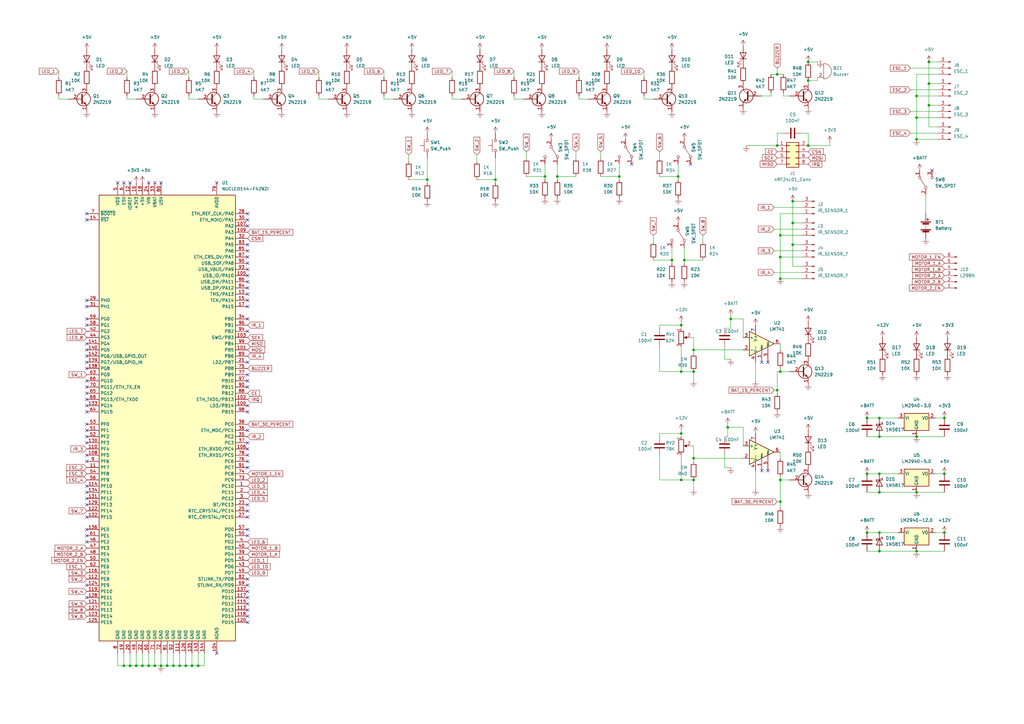
<source format=kicad_sch>
(kicad_sch (version 20211123) (generator eeschema)
  (paper "A3")
  (junction (at 53.34 273.05))
  (junction (at 331.47 59.69))
  (junction (at 320.04 152.4))
  (junction (at 63.5 273.05))
  (junction (at 78.74 273.05))
  (junction (at 279.4 196.85))
  (junction (at 81.28 273.05))
  (junction (at 325.12 82.55))
  (junction (at 387.35 194.31))
  (junction (at 223.52 72.39))
  (junction (at 284.48 143.51))
  (junction (at 284.48 187.96))
  (junction (at 280.67 106.68))
  (junction (at 50.8 273.05))
  (junction (at 320.04 196.85))
  (junction (at 284.48 196.85))
  (junction (at 355.6 218.44))
  (junction (at 325.12 91.44))
  (junction (at 320.04 96.52))
  (junction (at 203.2 73.66))
  (junction (at 76.2 273.05))
  (junction (at 60.96 273.05))
  (junction (at 279.4 177.8))
  (junction (at 318.77 59.69))
  (junction (at 275.59 106.68))
  (junction (at 254 72.39))
  (junction (at 355.6 194.31))
  (junction (at 320.04 105.41))
  (junction (at 320.04 205.74))
  (junction (at 375.92 48.26))
  (junction (at 320.04 114.3))
  (junction (at 298.45 175.26))
  (junction (at 66.04 273.05))
  (junction (at 325.12 100.33))
  (junction (at 318.77 160.02))
  (junction (at 55.88 273.05))
  (junction (at 375.92 226.06))
  (junction (at 279.4 152.4))
  (junction (at 318.77 30.48))
  (junction (at 375.92 179.07))
  (junction (at 71.12 273.05))
  (junction (at 299.72 130.81))
  (junction (at 375.92 39.37))
  (junction (at 284.48 152.4))
  (junction (at 381 43.18))
  (junction (at 331.47 33.02))
  (junction (at 278.13 72.39))
  (junction (at 331.47 25.4))
  (junction (at 381 34.29))
  (junction (at 360.68 171.45))
  (junction (at 228.6 72.39))
  (junction (at 381 25.4))
  (junction (at 360.68 201.93))
  (junction (at 387.35 171.45))
  (junction (at 355.6 171.45))
  (junction (at 387.35 218.44))
  (junction (at 68.58 273.05))
  (junction (at 58.42 273.05))
  (junction (at 375.92 201.93))
  (junction (at 279.4 133.35))
  (junction (at 360.68 218.44))
  (junction (at 375.92 57.15))
  (junction (at 360.68 179.07))
  (junction (at 175.26 73.66))
  (junction (at 360.68 226.06))
  (junction (at 360.68 194.31))
  (junction (at 73.66 273.05))
  (no_connect (at 312.42 148.59))
  (no_connect (at 259.08 67.31))
  (no_connect (at 66.04 74.93))
  (no_connect (at 314.96 148.59))
  (no_connect (at 60.96 74.93))
  (no_connect (at 101.6 245.11))
  (no_connect (at 314.96 193.04))
  (no_connect (at 101.6 156.21))
  (no_connect (at 283.21 67.31))
  (no_connect (at 48.26 74.93))
  (no_connect (at 101.6 158.75))
  (no_connect (at 35.56 245.11))
  (no_connect (at 35.56 240.03))
  (no_connect (at 101.6 250.19))
  (no_connect (at 101.6 252.73))
  (no_connect (at 101.6 255.27))
  (no_connect (at 101.6 207.01))
  (no_connect (at 101.6 209.55))
  (no_connect (at 101.6 212.09))
  (no_connect (at 101.6 217.17))
  (no_connect (at 101.6 219.71))
  (no_connect (at 101.6 237.49))
  (no_connect (at 101.6 240.03))
  (no_connect (at 101.6 242.57))
  (no_connect (at 101.6 181.61))
  (no_connect (at 101.6 184.15))
  (no_connect (at 101.6 186.69))
  (no_connect (at 101.6 189.23))
  (no_connect (at 35.56 207.01))
  (no_connect (at 35.56 204.47))
  (no_connect (at 35.56 201.93))
  (no_connect (at 35.56 199.39))
  (no_connect (at 35.56 189.23))
  (no_connect (at 35.56 181.61))
  (no_connect (at 35.56 179.07))
  (no_connect (at 35.56 176.53))
  (no_connect (at 35.56 173.99))
  (no_connect (at 101.6 87.63))
  (no_connect (at 101.6 90.17))
  (no_connect (at 101.6 92.71))
  (no_connect (at 101.6 100.33))
  (no_connect (at 101.6 102.87))
  (no_connect (at 101.6 105.41))
  (no_connect (at 101.6 107.95))
  (no_connect (at 101.6 110.49))
  (no_connect (at 101.6 113.03))
  (no_connect (at 101.6 115.57))
  (no_connect (at 101.6 118.11))
  (no_connect (at 101.6 120.65))
  (no_connect (at 101.6 123.19))
  (no_connect (at 101.6 125.73))
  (no_connect (at 101.6 130.81))
  (no_connect (at 101.6 135.89))
  (no_connect (at 101.6 148.59))
  (no_connect (at 101.6 153.67))
  (no_connect (at 101.6 191.77))
  (no_connect (at 101.6 166.37))
  (no_connect (at 101.6 168.91))
  (no_connect (at 101.6 176.53))
  (no_connect (at 35.56 219.71))
  (no_connect (at 35.56 217.17))
  (no_connect (at 35.56 212.09))
  (no_connect (at 35.56 168.91))
  (no_connect (at 35.56 166.37))
  (no_connect (at 35.56 163.83))
  (no_connect (at 35.56 161.29))
  (no_connect (at 35.56 158.75))
  (no_connect (at 35.56 148.59))
  (no_connect (at 35.56 143.51))
  (no_connect (at 35.56 140.97))
  (no_connect (at 35.56 146.05))
  (no_connect (at 35.56 151.13))
  (no_connect (at 35.56 133.35))
  (no_connect (at 35.56 130.81))
  (no_connect (at 35.56 125.73))
  (no_connect (at 35.56 123.19))
  (no_connect (at 35.56 222.25))
  (no_connect (at 35.56 90.17))
  (no_connect (at 88.9 267.97))
  (no_connect (at 88.9 74.93))
  (no_connect (at 35.56 87.63))
  (no_connect (at 50.8 74.93))
  (no_connect (at 63.5 74.93))
  (no_connect (at 382.27 69.85))
  (no_connect (at 101.6 247.65))
  (no_connect (at 53.34 74.93))
  (no_connect (at 312.42 193.04))
  (no_connect (at 35.56 186.69))
  (no_connect (at 35.56 156.21))
  (wire (pts (xy 58.42 273.05) (xy 60.96 273.05)))
  (wire (pts (xy 317.5 85.09) (xy 328.93 85.09)))
  (wire (pts (xy 275.59 106.68) (xy 275.59 107.95)))
  (wire (pts (xy 320.04 196.85) (xy 323.85 196.85)))
  (wire (pts (xy 283.21 182.88) (xy 284.48 182.88)))
  (wire (pts (xy 215.9 72.39) (xy 223.52 72.39)))
  (wire (pts (xy 317.5 111.76) (xy 328.93 111.76)))
  (wire (pts (xy 328.93 114.3) (xy 320.04 114.3)))
  (wire (pts (xy 318.77 27.94) (xy 318.77 30.48)))
  (wire (pts (xy 228.6 72.39) (xy 236.22 72.39)))
  (wire (pts (xy 325.12 91.44) (xy 325.12 82.55)))
  (wire (pts (xy 383.54 194.31) (xy 387.35 194.31)))
  (wire (pts (xy 304.8 182.88) (xy 304.8 175.26)))
  (wire (pts (xy 320.04 140.97) (xy 320.04 143.51)))
  (wire (pts (xy 24.13 40.64) (xy 27.94 40.64)))
  (wire (pts (xy 297.18 147.32) (xy 299.72 147.32)))
  (wire (pts (xy 77.47 39.37) (xy 77.47 40.64)))
  (wire (pts (xy 320.04 205.74) (xy 320.04 208.28)))
  (wire (pts (xy 237.49 39.37) (xy 237.49 40.64)))
  (wire (pts (xy 320.04 87.63) (xy 320.04 96.52)))
  (wire (pts (xy 340.36 59.69) (xy 331.47 59.69)))
  (wire (pts (xy 328.93 109.22) (xy 325.12 109.22)))
  (wire (pts (xy 316.23 39.37) (xy 312.42 39.37)))
  (wire (pts (xy 48.26 267.97) (xy 48.26 273.05)))
  (wire (pts (xy 316.23 30.48) (xy 318.77 30.48)))
  (wire (pts (xy 297.18 186.69) (xy 297.18 191.77)))
  (wire (pts (xy 53.34 267.97) (xy 53.34 273.05)))
  (wire (pts (xy 384.81 39.37) (xy 375.92 39.37)))
  (wire (pts (xy 331.47 54.61) (xy 331.47 59.69)))
  (wire (pts (xy 52.07 29.21) (xy 52.07 31.75)))
  (wire (pts (xy 317.5 102.87) (xy 328.93 102.87)))
  (wire (pts (xy 203.2 64.77) (xy 203.2 73.66)))
  (wire (pts (xy 185.42 40.64) (xy 189.23 40.64)))
  (wire (pts (xy 254 72.39) (xy 254 73.66)))
  (wire (pts (xy 167.64 73.66) (xy 175.26 73.66)))
  (wire (pts (xy 284.48 196.85) (xy 284.48 200.66)))
  (wire (pts (xy 104.14 40.64) (xy 107.95 40.64)))
  (wire (pts (xy 264.16 29.21) (xy 264.16 31.75)))
  (wire (pts (xy 280.67 106.68) (xy 280.67 107.95)))
  (wire (pts (xy 280.67 101.6) (xy 280.67 106.68)))
  (wire (pts (xy 83.82 267.97) (xy 83.82 273.05)))
  (wire (pts (xy 309.88 193.04) (xy 309.88 200.66)))
  (wire (pts (xy 297.18 142.24) (xy 297.18 147.32)))
  (wire (pts (xy 157.48 39.37) (xy 157.48 40.64)))
  (wire (pts (xy 270.51 152.4) (xy 270.51 142.24)))
  (wire (pts (xy 317.5 93.98) (xy 328.93 93.98)))
  (wire (pts (xy 78.74 273.05) (xy 76.2 273.05)))
  (wire (pts (xy 71.12 273.05) (xy 68.58 273.05)))
  (wire (pts (xy 384.81 34.29) (xy 381 34.29)))
  (wire (pts (xy 279.4 186.69) (xy 279.4 196.85)))
  (wire (pts (xy 355.6 179.07) (xy 360.68 179.07)))
  (wire (pts (xy 375.92 48.26) (xy 375.92 57.15)))
  (wire (pts (xy 278.13 67.31) (xy 278.13 72.39)))
  (wire (pts (xy 228.6 67.31) (xy 228.6 72.39)))
  (wire (pts (xy 210.82 40.64) (xy 214.63 40.64)))
  (wire (pts (xy 381 25.4) (xy 384.81 25.4)))
  (wire (pts (xy 55.88 267.97) (xy 55.88 273.05)))
  (wire (pts (xy 279.4 196.85) (xy 284.48 196.85)))
  (wire (pts (xy 55.88 273.05) (xy 58.42 273.05)))
  (wire (pts (xy 279.4 176.53) (xy 279.4 177.8)))
  (wire (pts (xy 175.26 64.77) (xy 175.26 73.66)))
  (wire (pts (xy 267.97 106.68) (xy 275.59 106.68)))
  (wire (pts (xy 284.48 187.96) (xy 284.48 189.23)))
  (wire (pts (xy 375.92 179.07) (xy 387.35 179.07)))
  (wire (pts (xy 264.16 40.64) (xy 267.97 40.64)))
  (wire (pts (xy 283.21 138.43) (xy 284.48 138.43)))
  (wire (pts (xy 325.12 82.55) (xy 328.93 82.55)))
  (wire (pts (xy 157.48 40.64) (xy 161.29 40.64)))
  (wire (pts (xy 328.93 91.44) (xy 325.12 91.44)))
  (wire (pts (xy 270.51 72.39) (xy 278.13 72.39)))
  (wire (pts (xy 360.68 171.45) (xy 368.3 171.45)))
  (wire (pts (xy 375.92 39.37) (xy 375.92 48.26)))
  (wire (pts (xy 104.14 39.37) (xy 104.14 40.64)))
  (wire (pts (xy 297.18 134.62) (xy 299.72 134.62)))
  (wire (pts (xy 254 67.31) (xy 254 72.39)))
  (wire (pts (xy 237.49 29.21) (xy 237.49 31.75)))
  (wire (pts (xy 284.48 138.43) (xy 284.48 143.51)))
  (wire (pts (xy 355.6 201.93) (xy 360.68 201.93)))
  (wire (pts (xy 318.77 54.61) (xy 318.77 59.69)))
  (wire (pts (xy 375.92 30.48) (xy 375.92 39.37)))
  (wire (pts (xy 130.81 40.64) (xy 134.62 40.64)))
  (wire (pts (xy 360.68 226.06) (xy 375.92 226.06)))
  (wire (pts (xy 318.77 152.4) (xy 320.04 152.4)))
  (wire (pts (xy 328.93 87.63) (xy 320.04 87.63)))
  (wire (pts (xy 298.45 175.26) (xy 298.45 179.07)))
  (wire (pts (xy 381 43.18) (xy 381 34.29)))
  (wire (pts (xy 68.58 267.97) (xy 68.58 273.05)))
  (wire (pts (xy 381 34.29) (xy 381 25.4)))
  (wire (pts (xy 309.88 148.59) (xy 309.88 156.21)))
  (wire (pts (xy 24.13 39.37) (xy 24.13 40.64)))
  (wire (pts (xy 157.48 29.21) (xy 157.48 31.75)))
  (wire (pts (xy 375.92 226.06) (xy 387.35 226.06)))
  (wire (pts (xy 355.6 171.45) (xy 360.68 171.45)))
  (wire (pts (xy 328.93 105.41) (xy 320.04 105.41)))
  (wire (pts (xy 167.64 63.5) (xy 167.64 66.04)))
  (wire (pts (xy 320.04 196.85) (xy 320.04 205.74)))
  (wire (pts (xy 24.13 29.21) (xy 24.13 31.75)))
  (wire (pts (xy 321.31 38.1) (xy 321.31 39.37)))
  (wire (pts (xy 355.6 194.31) (xy 360.68 194.31)))
  (wire (pts (xy 320.04 151.13) (xy 320.04 152.4)))
  (wire (pts (xy 373.38 27.94) (xy 384.81 27.94)))
  (wire (pts (xy 78.74 267.97) (xy 78.74 273.05)))
  (wire (pts (xy 53.34 273.05) (xy 55.88 273.05)))
  (wire (pts (xy 379.73 80.01) (xy 379.73 87.63)))
  (wire (pts (xy 279.4 142.24) (xy 279.4 152.4)))
  (wire (pts (xy 195.58 73.66) (xy 203.2 73.66)))
  (wire (pts (xy 81.28 267.97) (xy 81.28 273.05)))
  (wire (pts (xy 317.5 160.02) (xy 318.77 160.02)))
  (wire (pts (xy 320.04 185.42) (xy 320.04 187.96)))
  (wire (pts (xy 335.28 26.67) (xy 335.28 25.4)))
  (wire (pts (xy 76.2 273.05) (xy 73.66 273.05)))
  (wire (pts (xy 236.22 62.23) (xy 236.22 64.77)))
  (wire (pts (xy 237.49 40.64) (xy 241.3 40.64)))
  (wire (pts (xy 318.77 205.74) (xy 320.04 205.74)))
  (wire (pts (xy 360.68 201.93) (xy 375.92 201.93)))
  (wire (pts (xy 267.97 96.52) (xy 267.97 99.06)))
  (wire (pts (xy 246.38 62.23) (xy 246.38 64.77)))
  (wire (pts (xy 375.92 201.93) (xy 387.35 201.93)))
  (wire (pts (xy 50.8 273.05) (xy 53.34 273.05)))
  (wire (pts (xy 373.38 36.83) (xy 384.81 36.83)))
  (wire (pts (xy 355.6 226.06) (xy 360.68 226.06)))
  (wire (pts (xy 77.47 29.21) (xy 77.47 31.75)))
  (wire (pts (xy 321.31 54.61) (xy 318.77 54.61)))
  (wire (pts (xy 328.93 54.61) (xy 331.47 54.61)))
  (wire (pts (xy 270.51 177.8) (xy 270.51 179.07)))
  (wire (pts (xy 270.51 62.23) (xy 270.51 64.77)))
  (wire (pts (xy 223.52 67.31) (xy 223.52 72.39)))
  (wire (pts (xy 284.48 143.51) (xy 284.48 144.78)))
  (wire (pts (xy 360.68 194.31) (xy 368.3 194.31)))
  (wire (pts (xy 279.4 132.08) (xy 279.4 133.35)))
  (wire (pts (xy 331.47 33.02) (xy 331.47 34.29)))
  (wire (pts (xy 384.81 30.48) (xy 375.92 30.48)))
  (wire (pts (xy 210.82 29.21) (xy 210.82 31.75)))
  (wire (pts (xy 284.48 152.4) (xy 284.48 156.21)))
  (wire (pts (xy 60.96 273.05) (xy 63.5 273.05)))
  (wire (pts (xy 203.2 73.66) (xy 203.2 74.93)))
  (wire (pts (xy 50.8 267.97) (xy 50.8 273.05)))
  (wire (pts (xy 73.66 267.97) (xy 73.66 273.05)))
  (wire (pts (xy 284.48 182.88) (xy 284.48 187.96)))
  (wire (pts (xy 275.59 101.6) (xy 275.59 106.68)))
  (wire (pts (xy 76.2 267.97) (xy 76.2 273.05)))
  (wire (pts (xy 318.77 152.4) (xy 318.77 160.02)))
  (wire (pts (xy 320.04 96.52) (xy 320.04 105.41)))
  (wire (pts (xy 325.12 109.22) (xy 325.12 100.33)))
  (wire (pts (xy 316.23 38.1) (xy 316.23 39.37)))
  (wire (pts (xy 223.52 72.39) (xy 223.52 73.66)))
  (wire (pts (xy 318.77 160.02) (xy 318.77 161.29)))
  (wire (pts (xy 270.51 133.35) (xy 279.4 133.35)))
  (wire (pts (xy 246.38 72.39) (xy 254 72.39)))
  (wire (pts (xy 284.48 187.96) (xy 304.8 187.96)))
  (wire (pts (xy 375.92 57.15) (xy 384.81 57.15)))
  (wire (pts (xy 77.47 40.64) (xy 81.28 40.64)))
  (wire (pts (xy 130.81 39.37) (xy 130.81 40.64)))
  (wire (pts (xy 360.68 218.44) (xy 368.3 218.44)))
  (wire (pts (xy 215.9 62.23) (xy 215.9 64.77)))
  (wire (pts (xy 325.12 100.33) (xy 325.12 91.44)))
  (wire (pts (xy 185.42 29.21) (xy 185.42 31.75)))
  (wire (pts (xy 73.66 273.05) (xy 71.12 273.05)))
  (wire (pts (xy 328.93 96.52) (xy 320.04 96.52)))
  (wire (pts (xy 304.8 138.43) (xy 304.8 130.81)))
  (wire (pts (xy 306.07 59.69) (xy 318.77 59.69)))
  (wire (pts (xy 58.42 267.97) (xy 58.42 273.05)))
  (wire (pts (xy 299.72 130.81) (xy 299.72 129.54)))
  (wire (pts (xy 130.81 29.21) (xy 130.81 31.75)))
  (wire (pts (xy 297.18 179.07) (xy 298.45 179.07)))
  (wire (pts (xy 383.54 218.44) (xy 387.35 218.44)))
  (wire (pts (xy 48.26 273.05) (xy 50.8 273.05)))
  (wire (pts (xy 284.48 143.51) (xy 304.8 143.51)))
  (wire (pts (xy 60.96 267.97) (xy 60.96 273.05)))
  (wire (pts (xy 288.29 96.52) (xy 288.29 99.06)))
  (wire (pts (xy 104.14 29.21) (xy 104.14 31.75)))
  (wire (pts (xy 298.45 173.99) (xy 298.45 175.26)))
  (wire (pts (xy 328.93 100.33) (xy 325.12 100.33)))
  (wire (pts (xy 68.58 273.05) (xy 66.04 273.05)))
  (wire (pts (xy 331.47 33.02) (xy 335.28 33.02)))
  (wire (pts (xy 321.31 39.37) (xy 323.85 39.37)))
  (wire (pts (xy 270.51 133.35) (xy 270.51 134.62)))
  (wire (pts (xy 318.77 30.48) (xy 321.31 30.48)))
  (wire (pts (xy 384.81 43.18) (xy 381 43.18)))
  (wire (pts (xy 384.81 48.26) (xy 375.92 48.26)))
  (wire (pts (xy 340.36 58.42) (xy 340.36 59.69)))
  (wire (pts (xy 83.82 273.05) (xy 81.28 273.05)))
  (wire (pts (xy 298.45 175.26) (xy 304.8 175.26)))
  (wire (pts (xy 279.4 177.8) (xy 279.4 179.07)))
  (wire (pts (xy 63.5 267.97) (xy 63.5 273.05)))
  (wire (pts (xy 52.07 39.37) (xy 52.07 40.64)))
  (wire (pts (xy 373.38 54.61) (xy 384.81 54.61)))
  (wire (pts (xy 52.07 40.64) (xy 55.88 40.64)))
  (wire (pts (xy 270.51 177.8) (xy 279.4 177.8)))
  (wire (pts (xy 81.28 273.05) (xy 78.74 273.05)))
  (wire (pts (xy 280.67 106.68) (xy 288.29 106.68)))
  (wire (pts (xy 299.72 134.62) (xy 299.72 130.81)))
  (wire (pts (xy 331.47 25.4) (xy 335.28 25.4)))
  (wire (pts (xy 297.18 191.77) (xy 299.72 191.77)))
  (wire (pts (xy 195.58 63.5) (xy 195.58 66.04)))
  (wire (pts (xy 381 52.07) (xy 381 43.18)))
  (wire (pts (xy 355.6 218.44) (xy 360.68 218.44)))
  (wire (pts (xy 278.13 72.39) (xy 278.13 73.66)))
  (wire (pts (xy 384.81 52.07) (xy 381 52.07)))
  (wire (pts (xy 320.04 152.4) (xy 323.85 152.4)))
  (wire (pts (xy 304.8 130.81) (xy 299.72 130.81)))
  (wire (pts (xy 279.4 152.4) (xy 284.48 152.4)))
  (wire (pts (xy 264.16 39.37) (xy 264.16 40.64)))
  (wire (pts (xy 66.04 267.97) (xy 66.04 273.05)))
  (wire (pts (xy 185.42 39.37) (xy 185.42 40.64)))
  (wire (pts (xy 270.51 196.85) (xy 279.4 196.85)))
  (wire (pts (xy 320.04 195.58) (xy 320.04 196.85)))
  (wire (pts (xy 335.28 31.75) (xy 335.28 33.02)))
  (wire (pts (xy 228.6 72.39) (xy 228.6 73.66)))
  (wire (pts (xy 210.82 39.37) (xy 210.82 40.64)))
  (wire (pts (xy 373.38 45.72) (xy 384.81 45.72)))
  (wire (pts (xy 63.5 273.05) (xy 66.04 273.05)))
  (wire (pts (xy 383.54 171.45) (xy 387.35 171.45)))
  (wire (pts (xy 71.12 267.97) (xy 71.12 273.05)))
  (wire (pts (xy 320.04 105.41) (xy 320.04 114.3)))
  (wire (pts (xy 175.26 73.66) (xy 175.26 74.93)))
  (wire (pts (xy 270.51 196.85) (xy 270.51 186.69)))
  (wire (pts (xy 270.51 152.4) (xy 279.4 152.4)))
  (wire (pts (xy 279.4 133.35) (xy 279.4 134.62)))
  (wire (pts (xy 360.68 179.07) (xy 375.92 179.07)))
  (global_label "SW_8" (shape input) (at 35.56 250.19 180) (property "Intersheet References" "${INTERSHEET_REFS}" (effects hide)))
  (global_label "MOTOR_2_B" (shape input) (at 387.35 115.57 180) (property "Intersheet References" "${INTERSHEET_REFS}" (effects hide)))
  (global_label "IR_2" (shape input) (at 317.5 93.98 180) (property "Intersheet References" "${INTERSHEET_REFS}" (effects hide)))
  (global_label "IR_4" (shape input) (at 317.5 111.76 180) (property "Intersheet References" "${INTERSHEET_REFS}" (effects hide)))
  (global_label "ESC_4" (shape input) (at 35.56 196.85 180) (property "Intersheet References" "${INTERSHEET_REFS}" (effects hide)))
  (global_label "MOTOR_1_EN" (shape input) (at 101.6 194.31 0) (property "Intersheet References" "${INTERSHEET_REFS}" (effects hide)))
  (global_label "MOTOR_2_A" (shape input) (at 387.35 113.03 180) (property "Intersheet References" "${INTERSHEET_REFS}" (effects hide)))
  (global_label "SW_6" (shape input) (at 35.56 252.73 180) (property "Intersheet References" "${INTERSHEET_REFS}" (effects hide)))
  (global_label "LED_8" (shape input) (at 35.56 138.43 180) (property "Intersheet References" "${INTERSHEET_REFS}" (effects hide)))
  (global_label "LED_5" (shape input) (at 130.81 29.21 180) (property "Intersheet References" "${INTERSHEET_REFS}" (effects hide)))
  (global_label "LED_5" (shape input) (at 101.6 204.47 0) (property "Intersheet References" "${INTERSHEET_REFS}" (effects hide)))
  (global_label "BAT_30_PERCENT" (shape input) (at 318.77 205.74 180) (property "Intersheet References" "${INTERSHEET_REFS}" (effects hide)))
  (global_label "CE" (shape input) (at 318.77 62.23 180) (property "Intersheet References" "${INTERSHEET_REFS}" (effects hide)))
  (global_label "BAT_30_PERCENT" (shape input) (at 101.6 173.99 0) (property "Intersheet References" "${INTERSHEET_REFS}" (effects hide)))
  (global_label "SW_3" (shape input) (at 215.9 62.23 90) (property "Intersheet References" "${INTERSHEET_REFS}" (effects hide)))
  (global_label "IRQ" (shape input) (at 331.47 67.31 0) (property "Intersheet References" "${INTERSHEET_REFS}" (effects hide)))
  (global_label "IR_3" (shape input) (at 317.5 102.87 180) (property "Intersheet References" "${INTERSHEET_REFS}" (effects hide)))
  (global_label "MISO" (shape input) (at 101.6 140.97 0) (property "Intersheet References" "${INTERSHEET_REFS}" (effects hide)))
  (global_label "IR_1" (shape input) (at 101.6 133.35 0) (property "Intersheet References" "${INTERSHEET_REFS}" (effects hide)))
  (global_label "MOTOR_1_B" (shape input) (at 101.6 224.79 0) (property "Intersheet References" "${INTERSHEET_REFS}" (effects hide)))
  (global_label "SW_1" (shape input) (at 167.64 63.5 90) (property "Intersheet References" "${INTERSHEET_REFS}" (effects hide)))
  (global_label "CE" (shape input) (at 101.6 161.29 0) (property "Intersheet References" "${INTERSHEET_REFS}" (effects hide)))
  (global_label "MOTOR_1_A" (shape input) (at 387.35 107.95 180) (property "Intersheet References" "${INTERSHEET_REFS}" (effects hide)))
  (global_label "BAT_15_PERCENT" (shape input) (at 101.6 95.25 0) (property "Intersheet References" "${INTERSHEET_REFS}" (effects hide)))
  (global_label "ESC_1" (shape input) (at 373.38 27.94 180) (property "Intersheet References" "${INTERSHEET_REFS}" (effects hide)))
  (global_label "LED_1" (shape input) (at 101.6 229.87 0) (property "Intersheet References" "${INTERSHEET_REFS}" (effects hide)))
  (global_label "IR_2" (shape input) (at 101.6 179.07 0) (property "Intersheet References" "${INTERSHEET_REFS}" (effects hide)))
  (global_label "LED_2" (shape input) (at 52.07 29.21 180) (property "Intersheet References" "${INTERSHEET_REFS}" (effects hide)))
  (global_label "SW_2" (shape input) (at 35.56 237.49 180) (property "Intersheet References" "${INTERSHEET_REFS}" (effects hide)))
  (global_label "MOTOR_2_EN" (shape input) (at 35.56 229.87 180) (property "Intersheet References" "${INTERSHEET_REFS}" (effects hide)))
  (global_label "ESC_2" (shape input) (at 373.38 36.83 180) (property "Intersheet References" "${INTERSHEET_REFS}" (effects hide)))
  (global_label "LED_9" (shape input) (at 101.6 234.95 0) (property "Intersheet References" "${INTERSHEET_REFS}" (effects hide)))
  (global_label "MOSI" (shape input) (at 101.6 143.51 0) (property "Intersheet References" "${INTERSHEET_REFS}" (effects hide)))
  (global_label "LED_6" (shape input) (at 101.6 222.25 0) (property "Intersheet References" "${INTERSHEET_REFS}" (effects hide)))
  (global_label "SW_1" (shape input) (at 35.56 153.67 180) (property "Intersheet References" "${INTERSHEET_REFS}" (effects hide)))
  (global_label "IR_3" (shape input) (at 35.56 184.15 180) (property "Intersheet References" "${INTERSHEET_REFS}" (effects hide)))
  (global_label "MOTOR_1_EN" (shape input) (at 387.35 105.41 180) (property "Intersheet References" "${INTERSHEET_REFS}" (effects hide)))
  (global_label "SW_7" (shape input) (at 35.56 209.55 180) (property "Intersheet References" "${INTERSHEET_REFS}" (effects hide)))
  (global_label "SW_6" (shape input) (at 270.51 62.23 90) (property "Intersheet References" "${INTERSHEET_REFS}" (effects hide)))
  (global_label "MOTOR_2_B" (shape input) (at 35.56 227.33 180) (property "Intersheet References" "${INTERSHEET_REFS}" (effects hide)))
  (global_label "MOTOR_2_A" (shape input) (at 35.56 224.79 180) (property "Intersheet References" "${INTERSHEET_REFS}" (effects hide)))
  (global_label "LED_3" (shape input) (at 101.6 199.39 0) (property "Intersheet References" "${INTERSHEET_REFS}" (effects hide)))
  (global_label "SW_2" (shape input) (at 195.58 63.5 90) (property "Intersheet References" "${INTERSHEET_REFS}" (effects hide)))
  (global_label "CSN" (shape input) (at 101.6 97.79 0) (property "Intersheet References" "${INTERSHEET_REFS}" (effects hide)))
  (global_label "SW_4" (shape input) (at 35.56 242.57 180) (property "Intersheet References" "${INTERSHEET_REFS}" (effects hide)))
  (global_label "MOTOR_1_A" (shape input) (at 101.6 227.33 0) (property "Intersheet References" "${INTERSHEET_REFS}" (effects hide)))
  (global_label "MISO" (shape input) (at 318.77 67.31 180) (property "Intersheet References" "${INTERSHEET_REFS}" (effects hide)))
  (global_label "ESC_4" (shape input) (at 373.38 54.61 180) (property "Intersheet References" "${INTERSHEET_REFS}" (effects hide)))
  (global_label "IRQ" (shape input) (at 101.6 163.83 0) (property "Intersheet References" "${INTERSHEET_REFS}" (effects hide)))
  (global_label "SW_8" (shape input) (at 288.29 96.52 90) (property "Intersheet References" "${INTERSHEET_REFS}" (effects hide)))
  (global_label "LED_4" (shape input) (at 101.6 201.93 0) (property "Intersheet References" "${INTERSHEET_REFS}" (effects hide)))
  (global_label "MOTOR_1_B" (shape input) (at 387.35 110.49 180) (property "Intersheet References" "${INTERSHEET_REFS}" (effects hide)))
  (global_label "LED_9" (shape input) (at 237.49 29.21 180) (property "Intersheet References" "${INTERSHEET_REFS}" (effects hide)))
  (global_label "SCK" (shape input) (at 101.6 138.43 0) (property "Intersheet References" "${INTERSHEET_REFS}" (effects hide)))
  (global_label "SW_7" (shape input) (at 267.97 96.52 90) (property "Intersheet References" "${INTERSHEET_REFS}" (effects hide)))
  (global_label "ESC_3" (shape input) (at 373.38 45.72 180) (property "Intersheet References" "${INTERSHEET_REFS}" (effects hide)))
  (global_label "SW_4" (shape input) (at 236.22 62.23 90) (property "Intersheet References" "${INTERSHEET_REFS}" (effects hide)))
  (global_label "LED_2" (shape input) (at 101.6 196.85 0) (property "Intersheet References" "${INTERSHEET_REFS}" (effects hide)))
  (global_label "SW_3" (shape input) (at 35.56 234.95 180) (property "Intersheet References" "${INTERSHEET_REFS}" (effects hide)))
  (global_label "SCK" (shape input) (at 318.77 64.77 180) (property "Intersheet References" "${INTERSHEET_REFS}" (effects hide)))
  (global_label "LED_7" (shape input) (at 185.42 29.21 180) (property "Intersheet References" "${INTERSHEET_REFS}" (effects hide)))
  (global_label "BUZZER" (shape input) (at 101.6 151.13 0) (property "Intersheet References" "${INTERSHEET_REFS}" (effects hide)))
  (global_label "CSN" (shape input) (at 331.47 62.23 0) (property "Intersheet References" "${INTERSHEET_REFS}" (effects hide)))
  (global_label "LED_10" (shape input) (at 101.6 232.41 0) (property "Intersheet References" "${INTERSHEET_REFS}" (effects hide)))
  (global_label "BUZZER" (shape input) (at 318.77 27.94 90) (property "Intersheet References" "${INTERSHEET_REFS}" (effects hide)))
  (global_label "SW_5" (shape input) (at 35.56 247.65 180) (property "Intersheet References" "${INTERSHEET_REFS}" (effects hide)))
  (global_label "LED_7" (shape input) (at 35.56 135.89 180) (property "Intersheet References" "${INTERSHEET_REFS}" (effects hide)))
  (global_label "LED_1" (shape input) (at 24.13 29.21 180) (property "Intersheet References" "${INTERSHEET_REFS}" (effects hide)))
  (global_label "LED_10" (shape input) (at 264.16 29.21 180) (property "Intersheet References" "${INTERSHEET_REFS}" (effects hide)))
  (global_label "ESC_1" (shape input) (at 35.56 232.41 180) (property "Intersheet References" "${INTERSHEET_REFS}" (effects hide)))
  (global_label "LED_8" (shape input) (at 210.82 29.21 180) (property "Intersheet References" "${INTERSHEET_REFS}" (effects hide)))
  (global_label "LED_6" (shape input) (at 157.48 29.21 180) (property "Intersheet References" "${INTERSHEET_REFS}" (effects hide)))
  (global_label "SW_5" (shape input) (at 246.38 62.23 90) (property "Intersheet References" "${INTERSHEET_REFS}" (effects hide)))
  (global_label "BAT_15_PERCENT" (shape input) (at 317.5 160.02 180) (property "Intersheet References" "${INTERSHEET_REFS}" (effects hide)))
  (global_label "LED_4" (shape input) (at 104.14 29.21 180) (property "Intersheet References" "${INTERSHEET_REFS}" (effects hide)))
  (global_label "MOSI" (shape input) (at 331.47 64.77 0) (property "Intersheet References" "${INTERSHEET_REFS}" (effects hide)))
  (global_label "ESC_2" (shape input) (at 35.56 191.77 180) (property "Intersheet References" "${INTERSHEET_REFS}" (effects hide)))
  (global_label "LED_3" (shape input) (at 77.47 29.21 180) (property "Intersheet References" "${INTERSHEET_REFS}" (effects hide)))
  (global_label "IR_1" (shape input) (at 317.5 85.09 180) (property "Intersheet References" "${INTERSHEET_REFS}" (effects hide)))
  (global_label "MOTOR_2_EN" (shape input) (at 387.35 118.11 180) (property "Intersheet References" "${INTERSHEET_REFS}" (effects hide)))
  (global_label "ESC_3" (shape input) (at 35.56 194.31 180) (property "Intersheet References" "${INTERSHEET_REFS}" (effects hide)))
  (global_label "IR_4" (shape input) (at 101.6 146.05 0) (property "Intersheet References" "${INTERSHEET_REFS}" (effects hide)))
  (symbol (lib_id "Device:R") (at 157.48 35.56 0) (unit 1)
    (property "Reference" "R11" (at 160.02 34.2899 0) (effects (justify left)))
    (property "Value" "4K7" (at 160.02 36.8299 0) (effects (justify left)))
    (property "Footprint" "Resistor_SMD:R_0603_1608Metric" (effects hide))
  )
  (symbol (lib_id "Device:C") (at 297.18 182.88 0) (unit 1)
    (property "Reference" "C4" (at 293.37 180.34 0) (effects (justify left)))
    (property "Value" "100nF" (at 297.18 180.34 0) (effects (justify left)))
    (property "Footprint" "Capacitor_SMD:C_0603_1608Metric" (effects hide))
  )
  (symbol (lib_id "Device:R") (at 375.92 149.86 0) (mirror y) (unit 1)
    (property "Reference" "R52" (at 373.38 148.59 0) (effects (justify left)))
    (property "Value" "10K" (at 373.38 151.13 0) (effects (justify left)))
    (property "Footprint" "Resistor_SMD:R_0603_1608Metric" (effects hide))
  )
  (symbol (lib_id "Device:LED") (at 88.9 24.13 90) (unit 1)
    (property "Reference" "D3" (at 92.71 24.4474 90) (effects (justify right)))
    (property "Value" "LED" (at 92.71 26.9874 90) (effects (justify right)))
    (property "Footprint" "Diode_SMD:D_0603_1608Metric" (effects hide))
  )
  (symbol (lib_id "Device:R") (at 388.62 149.86 0) (mirror y) (unit 1)
    (property "Reference" "R53" (at 386.08 148.59 0) (effects (justify left)))
    (property "Value" "10K" (at 386.08 151.13 0) (effects (justify left)))
    (property "Footprint" "Resistor_SMD:R_0603_1608Metric" (effects hide))
  )
  (symbol (lib_id "Transistor_BJT:2N2219") (at 219.71 40.64 0) (unit 1)
    (property "Reference" "Q8" (at 224.79 39.3699 0) (effects (justify left)))
    (property "Value" "2N2219" (at 224.79 41.9099 0) (effects (justify left)))
    (property "Footprint" "Package_TO_SOT_SMD:SOT-23" (effects hide))
    (property "Datasheet" "http://www.onsemi.com/pub_link/Collateral/2N2219-D.PDF" (effects hide))
  )
  (symbol (lib_id "Device:R") (at 321.31 34.29 0) (unit 1)
    (property "Reference" "R47" (at 322.58 33.02 0) (effects (justify left)))
    (property "Value" "4K7" (at 322.58 35.56 0) (effects (justify left)))
    (property "Footprint" "Resistor_SMD:R_0603_1608Metric" (effects hide))
  )
  (symbol (lib_id "Transistor_BJT:2N2219") (at 113.03 40.64 0) (unit 1)
    (property "Reference" "Q4" (at 118.11 39.3699 0) (effects (justify left)))
    (property "Value" "2N2219" (at 118.11 41.9099 0) (effects (justify left)))
    (property "Footprint" "Package_TO_SOT_SMD:SOT-23" (effects hide))
    (property "Datasheet" "http://www.onsemi.com/pub_link/Collateral/2N2219-D.PDF" (effects hide))
  )
  (symbol (lib_id "Device:LED") (at 304.8 22.86 270) (mirror x) (unit 1)
    (property "Reference" "D11" (at 300.99 23.1774 90) (effects (justify right)))
    (property "Value" "LED" (at 300.99 25.7174 90) (effects (justify right)))
    (property "Footprint" "Diode_SMD:D_0603_1608Metric" (effects hide))
  )
  (symbol (lib_id "Device:LED") (at 222.25 24.13 90) (unit 1)
    (property "Reference" "D8" (at 226.06 24.4474 90) (effects (justify right)))
    (property "Value" "LED" (at 226.06 26.9874 90) (effects (justify right)))
    (property "Footprint" "Diode_SMD:D_0603_1608Metric" (effects hide))
  )
  (symbol (lib_id "Device:R") (at 320.04 147.32 0) (unit 1)
    (property "Reference" "R44" (at 322.58 146.0499 0) (effects (justify left)))
    (property "Value" "4K7" (at 322.58 148.5899 0) (effects (justify left)))
    (property "Footprint" "Resistor_SMD:R_0603_1608Metric" (effects hide))
  )
  (symbol (lib_id "Device:R") (at 215.9 68.58 0) (mirror x) (unit 1)
    (property "Reference" "R31" (at 218.44 69.85 0) (effects (justify left)))
    (property "Value" "1K" (at 218.44 67.31 0) (effects (justify left)))
    (property "Footprint" "Resistor_SMD:R_0603_1608Metric" (effects hide))
  )
  (symbol (lib_id "power:Earth") (at 299.72 191.77 0) (unit 1)
    (property "Reference" "#PWR047" (effects hide))
    (property "Value" "Earth" (effects hide))
  )
  (symbol (lib_id "Device:R") (at 115.57 31.75 0) (mirror y) (unit 1)
    (property "Reference" "R8" (at 113.03 30.48 0) (effects (justify left)))
    (property "Value" "10K" (at 113.03 33.02 0) (effects (justify left)))
    (property "Footprint" "Resistor_SMD:R_0603_1608Metric" (effects hide))
  )
  (symbol (lib_id "Device:LED") (at 168.91 24.13 90) (unit 1)
    (property "Reference" "D6" (at 172.72 24.4474 90) (effects (justify right)))
    (property "Value" "LED" (at 172.72 26.9874 90) (effects (justify right)))
    (property "Footprint" "Diode_SMD:D_0603_1608Metric" (effects hide))
  )
  (symbol (lib_id "power:+5V") (at 280.67 57.15 0) (unit 1)
    (property "Reference" "#PWR041" (effects hide))
    (property "Value" "+5V" (at 280.67 52.07 0))
  )
  (symbol (lib_id "Device:R") (at 246.38 68.58 0) (mirror x) (unit 1)
    (property "Reference" "R27" (at 248.92 69.85 0) (effects (justify left)))
    (property "Value" "1K" (at 248.92 67.31 0) (effects (justify left)))
    (property "Footprint" "Resistor_SMD:R_0603_1608Metric" (effects hide))
  )
  (symbol (lib_id "Device:R") (at 264.16 35.56 0) (unit 1)
    (property "Reference" "R32" (at 266.7 34.2899 0) (effects (justify left)))
    (property "Value" "4K7" (at 266.7 36.8299 0) (effects (justify left)))
    (property "Footprint" "Resistor_SMD:R_0603_1608Metric" (effects hide))
  )
  (symbol (lib_id "Transistor_BJT:2N2219") (at 166.37 40.64 0) (unit 1)
    (property "Reference" "Q6" (at 171.45 39.3699 0) (effects (justify left)))
    (property "Value" "2N2219" (at 171.45 41.9099 0) (effects (justify left)))
    (property "Footprint" "Package_TO_SOT_SMD:SOT-23" (effects hide))
    (property "Datasheet" "http://www.onsemi.com/pub_link/Collateral/2N2219-D.PDF" (effects hide))
  )
  (symbol (lib_id "Device:R") (at 275.59 111.76 0) (mirror y) (unit 1)
    (property "Reference" "R22" (at 273.05 110.49 0) (effects (justify left)))
    (property "Value" "10K" (at 273.05 113.03 0) (effects (justify left)))
    (property "Footprint" "Resistor_SMD:R_0603_1608Metric" (effects hide))
  )
  (symbol (lib_id "power:Earth") (at 309.88 156.21 0) (unit 1)
    (property "Reference" "#PWR052" (effects hide))
    (property "Value" "Earth" (effects hide))
  )
  (symbol (lib_id "Device:R") (at 203.2 78.74 0) (mirror y) (unit 1)
    (property "Reference" "R18" (at 200.66 77.47 0) (effects (justify left)))
    (property "Value" "10K" (at 200.66 80.01 0) (effects (justify left)))
    (property "Footprint" "Resistor_SMD:R_0603_1608Metric" (effects hide))
  )
  (symbol (lib_id "power:+3V3") (at 387.35 171.45 0) (unit 1)
    (property "Reference" "#PWR080" (effects hide))
    (property "Value" "+3V3" (at 387.35 166.37 0))
  )
  (symbol (lib_id "Device:LED") (at 196.85 24.13 90) (unit 1)
    (property "Reference" "D7" (at 200.66 24.4474 90) (effects (justify right)))
    (property "Value" "LED" (at 200.66 26.9874 90) (effects (justify right)))
    (property "Footprint" "Diode_SMD:D_0603_1608Metric" (effects hide))
  )
  (symbol (lib_id "Device:R") (at 316.23 34.29 0) (mirror y) (unit 1)
    (property "Reference" "R42" (at 313.69 33.0199 0) (effects (justify left)))
    (property "Value" "4K7" (at 313.69 35.5599 0) (effects (justify left)))
    (property "Footprint" "Resistor_SMD:R_0603_1608Metric" (effects hide))
  )
  (symbol (lib_id "power:Earth") (at 284.48 156.21 0) (unit 1)
    (property "Reference" "#PWR042" (effects hide))
    (property "Value" "Earth" (effects hide))
  )
  (symbol (lib_id "power:+5V") (at 387.35 194.31 0) (unit 1)
    (property "Reference" "#PWR081" (effects hide))
    (property "Value" "+5V" (at 387.35 189.23 0))
  )
  (symbol (lib_id "Device:LED") (at 375.92 142.24 90) (unit 1)
    (property "Reference" "D18" (at 379.73 142.5574 90) (effects (justify right)))
    (property "Value" "LED" (at 379.73 145.0974 90) (effects (justify right)))
    (property "Footprint" "Diode_SMD:D_0603_1608Metric" (effects hide))
  )
  (symbol (lib_id "power:+5V") (at 63.5 20.32 0) (unit 1)
    (property "Reference" "#PWR05" (effects hide))
    (property "Value" "+5V" (at 63.5 15.24 0))
  )
  (symbol (lib_id "Switch:SW_SPDT") (at 226.06 62.23 270) (unit 1)
    (property "Reference" "SW3" (at 229.87 58.42 0) (effects (justify left)))
    (property "Value" "SW_SPDT" (at 232.41 57.15 0) (effects (justify left)))
    (property "Footprint" "My_library:JS202011SCQN" (effects hide))
  )
  (symbol (lib_id "Device:C") (at 355.6 222.25 180) (unit 1)
    (property "Reference" "C8" (at 347.98 220.98 0) (effects (justify right)))
    (property "Value" "100nF" (at 346.71 223.52 0) (effects (justify right)))
    (property "Footprint" "Capacitor_SMD:C_0603_1608Metric" (effects hide))
  )
  (symbol (lib_id "power:+5V") (at 168.91 20.32 0) (unit 1)
    (property "Reference" "#PWR014" (effects hide))
    (property "Value" "+5V" (at 168.91 15.24 0))
  )
  (symbol (lib_id "power:+BATT") (at 355.6 218.44 0) (unit 1)
    (property "Reference" "#PWR068" (effects hide))
    (property "Value" "+BATT" (at 355.6 213.36 0))
  )
  (symbol (lib_id "power:Earth") (at 375.92 57.15 0) (unit 1)
    (property "Reference" "#PWR071" (effects hide))
    (property "Value" "Earth" (effects hide))
  )
  (symbol (lib_id "power:Earth") (at 375.92 226.06 0) (unit 1)
    (property "Reference" "#PWR076" (effects hide))
    (property "Value" "Earth" (effects hide))
  )
  (symbol (lib_id "Device:LED") (at 331.47 180.34 90) (unit 1)
    (property "Reference" "D13" (at 335.28 180.6574 90) (effects (justify right)))
    (property "Value" "LED" (at 335.28 183.1974 90) (effects (justify right)))
    (property "Footprint" "Diode_SMD:D_0603_1608Metric" (effects hide))
  )
  (symbol (lib_id "Device:R") (at 331.47 29.21 0) (mirror y) (unit 1)
    (property "Reference" "R48" (at 328.93 27.94 0) (effects (justify left)))
    (property "Value" "10K" (at 328.93 30.48 0) (effects (justify left)))
    (property "Footprint" "Resistor_SMD:R_0603_1608Metric" (effects hide))
  )
  (symbol (lib_id "power:Earth") (at 284.48 200.66 0) (unit 1)
    (property "Reference" "#PWR043" (effects hide))
    (property "Value" "Earth" (effects hide))
  )
  (symbol (lib_id "Device:R") (at 275.59 31.75 0) (mirror y) (unit 1)
    (property "Reference" "R36" (at 273.05 30.48 0) (effects (justify left)))
    (property "Value" "10K" (at 273.05 33.02 0) (effects (justify left)))
    (property "Footprint" "Resistor_SMD:R_0603_1608Metric" (effects hide))
  )
  (symbol (lib_id "Diode:1N5817") (at 360.68 222.25 270) (unit 1)
    (property "Reference" "D16" (at 363.22 220.6624 90) (effects (justify left)))
    (property "Value" "1N5817" (at 363.22 223.2024 90) (effects (justify left)))
    (property "Footprint" "My_library:1N5817M" (effects hide))
    (property "Datasheet" "http://www.vishay.com/docs/88525/1n5817.pdf" (effects hide))
  )
  (symbol (lib_id "Amplifier_Operational:LM741") (at 312.42 140.97 0) (unit 1)
    (property "Reference" "U2" (at 318.77 132.461 0))
    (property "Value" "LM741" (at 318.77 135.001 0))
    (property "Footprint" "My_library:741C" (effects hide))
    (property "Datasheet" "http://www.ti.com/lit/ds/symlink/lm741.pdf" (effects hide))
  )
  (symbol (lib_id "Diode:1N5817") (at 360.68 198.12 270) (unit 1)
    (property "Reference" "D15" (at 363.22 196.5324 90) (effects (justify left)))
    (property "Value" "1N5817" (at 363.22 199.0724 90) (effects (justify left)))
    (property "Footprint" "My_library:1N5817M" (effects hide))
    (property "Datasheet" "http://www.vishay.com/docs/88525/1n5817.pdf" (effects hide))
  )
  (symbol (lib_id "power:+5V") (at 331.47 132.08 0) (unit 1)
    (property "Reference" "#PWR061" (effects hide))
    (property "Value" "+5V" (at 331.47 127 0))
  )
  (symbol (lib_id "Device:R") (at 361.95 149.86 0) (mirror y) (unit 1)
    (property "Reference" "R51" (at 359.41 148.59 0) (effects (justify left)))
    (property "Value" "10K" (at 359.41 151.13 0) (effects (justify left)))
    (property "Footprint" "Resistor_SMD:R_0603_1608Metric" (effects hide))
  )
  (symbol (lib_id "Device:LED") (at 35.56 24.13 90) (unit 1)
    (property "Reference" "D1" (at 39.37 24.4474 90) (effects (justify right)))
    (property "Value" "LED" (at 39.37 26.9874 90) (effects (justify right)))
    (property "Footprint" "Diode_SMD:D_0603_1608Metric" (effects hide))
  )
  (symbol (lib_id "power:Earth") (at 379.73 97.79 0) (unit 1)
    (property "Reference" "#PWR078" (effects hide))
    (property "Value" "Earth" (effects hide))
  )
  (symbol (lib_id "power:+12V") (at 387.35 218.44 0) (unit 1)
    (property "Reference" "#PWR082" (effects hide))
    (property "Value" "+12V" (at 387.35 213.36 0))
  )
  (symbol (lib_id "Device:C") (at 270.51 138.43 0) (unit 1)
    (property "Reference" "C1" (at 262.89 137.16 0) (effects (justify left)))
    (property "Value" "100nF" (at 261.62 139.7 0) (effects (justify left)))
    (property "Footprint" "Capacitor_SMD:C_0603_1608Metric" (effects hide))
  )
  (symbol (lib_id "power:Earth") (at 175.26 82.55 0) (unit 1)
    (property "Reference" "#PWR017" (effects hide))
    (property "Value" "Earth" (effects hide))
  )
  (symbol (lib_id "Device:R") (at 254 77.47 0) (mirror y) (unit 1)
    (property "Reference" "R30" (at 251.46 76.2 0) (effects (justify left)))
    (property "Value" "10K" (at 251.46 78.74 0) (effects (justify left)))
    (property "Footprint" "Resistor_SMD:R_0603_1608Metric" (effects hide))
  )
  (symbol (lib_id "power:+5V") (at 115.57 20.32 0) (unit 1)
    (property "Reference" "#PWR010" (effects hide))
    (property "Value" "+5V" (at 115.57 15.24 0))
  )
  (symbol (lib_id "power:+5V") (at 35.56 20.32 0) (unit 1)
    (property "Reference" "#PWR01" (effects hide))
    (property "Value" "+5V" (at 35.56 15.24 0))
  )
  (symbol (lib_id "power:Earth") (at 203.2 82.55 0) (unit 1)
    (property "Reference" "#PWR021" (effects hide))
    (property "Value" "Earth" (effects hide))
  )
  (symbol (lib_id "Device:R") (at 280.67 111.76 0) (unit 1)
    (property "Reference" "R23" (at 283.21 110.49 0) (effects (justify left)))
    (property "Value" "10K" (at 283.21 113.03 0) (effects (justify left)))
    (property "Footprint" "Resistor_SMD:R_0603_1608Metric" (effects hide))
  )
  (symbol (lib_id "Device:R") (at 284.48 148.59 180) (unit 1)
    (property "Reference" "R39" (at 281.94 149.86 0) (effects (justify left)))
    (property "Value" "1M" (at 281.94 147.32 0) (effects (justify left)))
    (property "Footprint" "Resistor_SMD:R_0603_1608Metric" (effects hide))
  )
  (symbol (lib_id "Device:LED") (at 361.95 142.24 90) (unit 1)
    (property "Reference" "D17" (at 365.76 142.5574 90) (effects (justify right)))
    (property "Value" "LED" (at 365.76 145.0974 90) (effects (justify right)))
    (property "Footprint" "Diode_SMD:D_0603_1608Metric" (effects hide))
  )
  (symbol (lib_id "Device:R") (at 278.13 77.47 0) (mirror y) (unit 1)
    (property "Reference" "R37" (at 275.59 76.2 0) (effects (justify left)))
    (property "Value" "10K" (at 275.59 78.74 0) (effects (justify left)))
    (property "Footprint" "Resistor_SMD:R_0603_1608Metric" (effects hide))
  )
  (symbol (lib_id "Transistor_BJT:2N2219") (at 307.34 39.37 0) (mirror y) (unit 1)
    (property "Reference" "Q11" (at 302.26 38.0999 0) (effects (justify left)))
    (property "Value" "2N2219" (at 302.26 40.6399 0) (effects (justify left)))
    (property "Footprint" "Package_TO_SOT_SMD:SOT-23" (effects hide))
    (property "Datasheet" "http://www.onsemi.com/pub_link/Collateral/2N2219-D.PDF" (effects hide))
  )
  (symbol (lib_id "power:Earth") (at 223.52 81.28 0) (unit 1)
    (property "Reference" "#PWR033" (effects hide))
    (property "Value" "Earth" (effects hide))
  )
  (symbol (lib_id "Device:R") (at 168.91 31.75 0) (mirror y) (unit 1)
    (property "Reference" "R13" (at 166.37 30.48 0) (effects (justify left)))
    (property "Value" "10K" (at 166.37 33.02 0) (effects (justify left)))
    (property "Footprint" "Resistor_SMD:R_0603_1608Metric" (effects hide))
  )
  (symbol (lib_id "Device:C") (at 325.12 54.61 90) (unit 1)
    (property "Reference" "C5" (at 325.12 46.99 90))
    (property "Value" "100nF" (at 325.12 49.53 90))
    (property "Footprint" "Capacitor_SMD:C_0603_1608Metric" (effects hide))
  )
  (symbol (lib_id "Transistor_BJT:2N2219") (at 60.96 40.64 0) (unit 1)
    (property "Reference" "Q2" (at 66.04 39.3699 0) (effects (justify left)))
    (property "Value" "2N2219" (at 66.04 41.9099 0) (effects (justify left)))
    (property "Footprint" "Package_TO_SOT_SMD:SOT-23" (effects hide))
    (property "Datasheet" "http://www.onsemi.com/pub_link/Collateral/2N2219-D.PDF" (effects hide))
  )
  (symbol (lib_id "power:+BATT") (at 377.19 69.85 0) (unit 1)
    (property "Reference" "#PWR077" (effects hide))
    (property "Value" "+BATT" (at 377.19 64.77 0))
  )
  (symbol (lib_id "Device:R") (at 223.52 77.47 0) (mirror y) (unit 1)
    (property "Reference" "R33" (at 220.98 76.2 0) (effects (justify left)))
    (property "Value" "10K" (at 220.98 78.74 0) (effects (justify left)))
    (property "Footprint" "Resistor_SMD:R_0603_1608Metric" (effects hide))
  )
  (symbol (lib_id "power:+5V") (at 256.54 57.15 0) (unit 1)
    (property "Reference" "#PWR032" (effects hide))
    (property "Value" "+5V" (at 256.54 52.07 0))
  )
  (symbol (lib_id "power:+3V3") (at 55.88 74.93 0) (unit 1)
    (property "Reference" "#PWR03" (effects hide))
    (property "Value" "+3V3" (at 54.61 69.85 0))
  )
  (symbol (lib_id "power:Earth") (at 168.91 45.72 0) (unit 1)
    (property "Reference" "#PWR015" (effects hide))
    (property "Value" "Earth" (effects hide))
  )
  (symbol (lib_id "power:Earth") (at 331.47 44.45 0) (unit 1)
    (property "Reference" "#PWR060" (effects hide))
    (property "Value" "Earth" (effects hide))
  )
  (symbol (lib_id "Transistor_BJT:2N2219") (at 33.02 40.64 0) (unit 1)
    (property "Reference" "Q1" (at 38.1 39.3699 0) (effects (justify left)))
    (property "Value" "2N2219" (at 38.1 41.9099 0) (effects (justify left)))
    (property "Footprint" "Package_TO_SOT_SMD:SOT-23" (effects hide))
    (property "Datasheet" "http://www.onsemi.com/pub_link/Collateral/2N2219-D.PDF" (effects hide))
  )
  (symbol (lib_id "Device:R") (at 288.29 102.87 0) (mirror x) (unit 1)
    (property "Reference" "R24" (at 290.83 104.14 0) (effects (justify left)))
    (property "Value" "1K" (at 290.83 101.6 0) (effects (justify left)))
    (property "Footprint" "Resistor_SMD:R_0603_1608Metric" (effects hide))
  )
  (symbol (lib_id "Device:Buzzer") (at 337.82 29.21 0) (unit 1)
    (property "Reference" "BZ1" (at 341.63 27.9399 0) (effects (justify left)))
    (property "Value" "Buzzer" (at 341.63 30.4799 0) (effects (justify left)))
    (property "Footprint" "My_library:Buzzer" (effects hide))
  )
  (symbol (lib_id "Transistor_BJT:2N2219") (at 86.36 40.64 0) (unit 1)
    (property "Reference" "Q3" (at 91.44 39.3699 0) (effects (justify left)))
    (property "Value" "2N2219" (at 91.44 41.9099 0) (effects (justify left)))
    (property "Footprint" "Package_TO_SOT_SMD:SOT-23" (effects hide))
    (property "Datasheet" "http://www.onsemi.com/pub_link/Collateral/2N2219-D.PDF" (effects hide))
  )
  (symbol (lib_id "Regulator_Linear:LM1117-3.3") (at 375.92 194.31 0) (unit 1)
    (property "Reference" "U5" (at 375.92 186.69 0))
    (property "Value" "LM2940-5.0" (at 375.92 189.23 0))
    (property "Footprint" "Package_TO_SOT_SMD:SOT-223" (effects hide))
    (property "Datasheet" "http://www.ti.com/lit/ds/symlink/lm1117.pdf" (effects hide))
  )
  (symbol (lib_id "power:Earth") (at 275.59 45.72 0) (unit 1)
    (property "Reference" "#PWR037" (effects hide))
    (property "Value" "Earth" (effects hide))
  )
  (symbol (lib_id "Device:R") (at 248.92 31.75 0) (mirror y) (unit 1)
    (property "Reference" "R28" (at 246.38 30.48 0) (effects (justify left)))
    (property "Value" "10K" (at 246.38 33.02 0) (effects (justify left)))
    (property "Footprint" "Resistor_SMD:R_0603_1608Metric" (effects hide))
  )
  (symbol (lib_id "Device:LED") (at 331.47 135.89 90) (unit 1)
    (property "Reference" "D12" (at 335.28 136.2074 90) (effects (justify right)))
    (property "Value" "LED" (at 335.28 138.7474 90) (effects (justify right)))
    (property "Footprint" "Diode_SMD:D_0603_1608Metric" (effects hide))
  )
  (symbol (lib_id "Device:R") (at 52.07 35.56 0) (unit 1)
    (property "Reference" "R3" (at 54.61 34.2899 0) (effects (justify left)))
    (property "Value" "4K7" (at 54.61 36.8299 0) (effects (justify left)))
    (property "Footprint" "Resistor_SMD:R_0603_1608Metric" (effects hide))
  )
  (symbol (lib_id "power:+12V") (at 361.95 138.43 0) (unit 1)
    (property "Reference" "#PWR069" (effects hide))
    (property "Value" "+12V" (at 361.95 133.35 0))
  )
  (symbol (lib_id "Switch:SW_Push") (at 175.26 59.69 90) (unit 1)
    (property "Reference" "SW1" (at 176.53 58.4199 90) (effects (justify right)))
    (property "Value" "SW_Push" (at 176.53 60.9599 90) (effects (justify right)))
    (property "Footprint" "Button_Switch_SMD:SW_Push_1P1T_NO_6x6mm_H9.5mm" (effects hide))
  )
  (symbol (lib_id "Device:R") (at 236.22 68.58 0) (mirror x) (unit 1)
    (property "Reference" "R38" (at 238.76 69.85 0) (effects (justify left)))
    (property "Value" "1K" (at 238.76 67.31 0) (effects (justify left)))
    (property "Footprint" "Resistor_SMD:R_0603_1608Metric" (effects hide))
  )
  (symbol (lib_id "power:Earth") (at 115.57 45.72 0) (unit 1)
    (property "Reference" "#PWR011" (effects hide))
    (property "Value" "Earth" (effects hide))
  )
  (symbol (lib_id "power:Earth") (at 275.59 115.57 0) (unit 1)
    (property "Reference" "#PWR0102" (effects hide))
    (property "Value" "Earth" (effects hide))
  )
  (symbol (lib_id "Device:R") (at 318.77 165.1 0) (mirror y) (unit 1)
    (property "Reference" "R43" (at 316.23 163.83 0) (effects (justify left)))
    (property "Value" "10K" (at 316.23 166.37 0) (effects (justify left)))
    (property "Footprint" "Resistor_SMD:R_0603_1608Metric" (effects hide))
  )
  (symbol (lib_id "power:+5V") (at 331.47 25.4 0) (unit 1)
    (property "Reference" "#PWR059" (effects hide))
    (property "Value" "+5V" (at 331.47 20.32 0))
  )
  (symbol (lib_id "power:+5V") (at 304.8 19.05 0) (unit 1)
    (property "Reference" "#PWR048" (effects hide))
    (property "Value" "+5V" (at 304.8 13.97 0))
  )
  (symbol (lib_id "Device:C") (at 387.35 198.12 180) (unit 1)
    (property "Reference" "C10" (at 392.43 196.85 0) (effects (justify right)))
    (property "Value" "100nF" (at 391.16 199.39 0) (effects (justify right)))
    (property "Footprint" "Capacitor_SMD:C_0603_1608Metric" (effects hide))
  )
  (symbol (lib_id "power:+BATT") (at 299.72 129.54 0) (unit 1)
    (property "Reference" "#PWR045" (effects hide))
    (property "Value" "+BATT" (at 299.72 124.46 0))
  )
  (symbol (lib_id "Connector_Generic:Conn_02x04_Odd_Even") (at 323.85 62.23 0) (unit 1)
    (property "Reference" "J1" (at 325.12 71.12 0))
    (property "Value" "nRF24L01_Conn" (at 325.12 73.66 0))
    (property "Footprint" "Connector_PinHeader_2.54mm:PinHeader_2x04_P2.54mm_Vertical_SMD" (effects hide))
  )
  (symbol (lib_id "Device:R") (at 331.47 187.96 0) (mirror y) (unit 1)
    (property "Reference" "R50" (at 328.93 186.69 0) (effects (justify left)))
    (property "Value" "10K" (at 328.93 189.23 0) (effects (justify left)))
    (property "Footprint" "Resistor_SMD:R_0603_1608Metric" (effects hide))
  )
  (symbol (lib_id "power:+5V") (at 381 25.4 0) (unit 1)
    (property "Reference" "#PWR079" (effects hide))
    (property "Value" "+5V" (at 381 20.32 0))
  )
  (symbol (lib_id "Transistor_BJT:2N2219") (at 194.31 40.64 0) (unit 1)
    (property "Reference" "Q7" (at 199.39 39.3699 0) (effects (justify left)))
    (property "Value" "2N2219" (at 199.39 41.9099 0) (effects (justify left)))
    (property "Footprint" "Package_TO_SOT_SMD:SOT-23" (effects hide))
    (property "Datasheet" "http://www.onsemi.com/pub_link/Collateral/2N2219-D.PDF" (effects hide))
  )
  (symbol (lib_id "MCU_Module:NUCLEO144-F429ZI") (at 68.58 171.45 0) (unit 1)
    (property "Reference" "U1" (at 90.9194 74.93 0) (effects (justify left)))
    (property "Value" "NUCLEO144-F429ZI" (at 90.9194 77.47 0) (effects (justify left)))
    (property "Footprint" "My_library:MODULE_NUCLEO-F429ZI_JUST_PINS" (effects hide))
    (property "Datasheet" "http://www.st.com/content/ccc/resource/technical/document/data_brief/group0/7b/df/1d/e9/64/55/43/8d/DM00247910/files/DM00247910.pdf/jcr:content/translations/en.DM00247910.pdf" (effects hide))
  )
  (symbol (lib_id "power:Earth") (at 331.47 201.93 0) (unit 1)
    (property "Reference" "#PWR064" (effects hide))
    (property "Value" "Earth" (effects hide))
  )
  (symbol (lib_id "Device:LED") (at 275.59 24.13 90) (unit 1)
    (property "Reference" "D10" (at 279.4 24.4474 90) (effects (justify right)))
    (property "Value" "LED" (at 279.4 26.9874 90) (effects (justify right)))
    (property "Footprint" "Diode_SMD:D_0603_1608Metric" (effects hide))
  )
  (symbol (lib_id "power:+5V") (at 196.85 20.32 0) (unit 1)
    (property "Reference" "#PWR018" (effects hide))
    (property "Value" "+5V" (at 196.85 15.24 0))
  )
  (symbol (lib_id "power:Earth") (at 196.85 45.72 0) (unit 1)
    (property "Reference" "#PWR019" (effects hide))
    (property "Value" "Earth" (effects hide))
  )
  (symbol (lib_id "Device:R") (at 210.82 35.56 0) (unit 1)
    (property "Reference" "R19" (at 213.36 34.2899 0) (effects (justify left)))
    (property "Value" "4K7" (at 213.36 36.8299 0) (effects (justify left)))
    (property "Footprint" "Resistor_SMD:R_0603_1608Metric" (effects hide))
  )
  (symbol (lib_id "Transistor_BJT:2N2219") (at 328.93 196.85 0) (unit 1)
    (property "Reference" "Q14" (at 334.01 195.5799 0) (effects (justify left)))
    (property "Value" "2N2219" (at 334.01 198.1199 0) (effects (justify left)))
    (property "Footprint" "Package_TO_SOT_SMD:SOT-23" (effects hide))
    (property "Datasheet" "http://www.onsemi.com/pub_link/Collateral/2N2219-D.PDF" (effects hide))
  )
  (symbol (lib_id "power:+5V") (at 222.25 20.32 0) (unit 1)
    (property "Reference" "#PWR022" (effects hide))
    (property "Value" "+5V" (at 222.25 15.24 0))
  )
  (symbol (lib_id "power:+3V3") (at 340.36 58.42 0) (unit 1)
    (property "Reference" "#PWR065" (effects hide))
    (property "Value" "+3V3" (at 340.36 53.34 0))
  )
  (symbol (lib_id "Device:R") (at 320.04 191.77 0) (unit 1)
    (property "Reference" "R45" (at 322.58 190.4999 0) (effects (justify left)))
    (property "Value" "4K7" (at 322.58 193.0399 0) (effects (justify left)))
    (property "Footprint" "Resistor_SMD:R_0603_1608Metric" (effects hide))
  )
  (symbol (lib_id "Device:R") (at 331.47 143.51 0) (mirror y) (unit 1)
    (property "Reference" "R49" (at 328.93 142.24 0) (effects (justify left)))
    (property "Value" "10K" (at 328.93 144.78 0) (effects (justify left)))
    (property "Footprint" "Resistor_SMD:R_0603_1608Metric" (effects hide))
  )
  (symbol (lib_id "Switch:SW_SPDT") (at 256.54 62.23 270) (unit 1)
    (property "Reference" "SW4" (at 260.35 58.42 0) (effects (justify left)))
    (property "Value" "SW_SPDT" (at 262.89 57.15 0) (effects (justify left)))
    (property "Footprint" "My_library:JS202011SCQN" (effects hide))
  )
  (symbol (lib_id "Device:R") (at 104.14 35.56 0) (unit 1)
    (property "Reference" "R7" (at 106.68 34.2899 0) (effects (justify left)))
    (property "Value" "4K7" (at 106.68 36.8299 0) (effects (justify left)))
    (property "Footprint" "Resistor_SMD:R_0603_1608Metric" (effects hide))
  )
  (symbol (lib_id "Device:R") (at 77.47 35.56 0) (unit 1)
    (property "Reference" "R5" (at 80.01 34.2899 0) (effects (justify left)))
    (property "Value" "4K7" (at 80.01 36.8299 0) (effects (justify left)))
    (property "Footprint" "Resistor_SMD:R_0603_1608Metric" (effects hide))
  )
  (symbol (lib_id "Connector:Conn_01x03_Male") (at 334.01 93.98 180) (unit 1)
    (property "Reference" "J3" (at 335.28 92.7099 0) (effects (justify right)))
    (property "Value" "IR_SENSOR_2" (at 335.28 95.2499 0) (effects (justify right)))
    (property "Footprint" "Connector_PinHeader_2.54mm:PinHeader_1x03_P2.54mm_Vertical" (effects hide))
  )
  (symbol (lib_id "power:+3V3") (at 388.62 138.43 0) (unit 1)
    (property "Reference" "#PWR083" (effects hide))
    (property "Value" "+3V3" (at 388.62 133.35 0))
  )
  (symbol (lib_id "Regulator_Linear:LM1117-3.3") (at 375.92 171.45 0) (unit 1)
    (property "Reference" "U4" (at 375.92 163.83 0))
    (property "Value" "LM2940-3.0" (at 375.92 166.37 0))
    (property "Footprint" "Package_TO_SOT_SMD:SOT-223" (effects hide))
    (property "Datasheet" "http://www.ti.com/lit/ds/symlink/lm1117.pdf" (effects hide))
  )
  (symbol (lib_id "Device:R") (at 35.56 31.75 0) (mirror y) (unit 1)
    (property "Reference" "R2" (at 33.02 30.48 0) (effects (justify left)))
    (property "Value" "10K" (at 33.02 33.02 0) (effects (justify left)))
    (property "Footprint" "Resistor_SMD:R_0603_1608Metric" (effects hide))
  )
  (symbol (lib_id "power:Earth") (at 222.25 45.72 0) (unit 1)
    (property "Reference" "#PWR023" (effects hide))
    (property "Value" "Earth" (effects hide))
  )
  (symbol (lib_id "power:Earth") (at 280.67 115.57 0) (mirror y) (unit 1)
    (property "Reference" "#PWR0101" (effects hide))
    (property "Value" "Earth" (effects hide))
  )
  (symbol (lib_id "Device:C") (at 355.6 198.12 180) (unit 1)
    (property "Reference" "C7" (at 347.98 196.85 0) (effects (justify right)))
    (property "Value" "100nF" (at 346.71 199.39 0) (effects (justify right)))
    (property "Footprint" "Capacitor_SMD:C_0603_1608Metric" (effects hide))
  )
  (symbol (lib_id "Device:R") (at 196.85 31.75 0) (mirror y) (unit 1)
    (property "Reference" "R17" (at 194.31 30.48 0) (effects (justify left)))
    (property "Value" "10K" (at 194.31 33.02 0) (effects (justify left)))
    (property "Footprint" "Resistor_SMD:R_0603_1608Metric" (effects hide))
  )
  (symbol (lib_id "power:+5V") (at 142.24 20.32 0) (unit 1)
    (property "Reference" "#PWR012" (effects hide))
    (property "Value" "+5V" (at 142.24 15.24 0))
  )
  (symbol (lib_id "Connector:Conn_01x03_Male") (at 334.01 85.09 180) (unit 1)
    (property "Reference" "J2" (at 335.28 83.8199 0) (effects (justify right)))
    (property "Value" "IR_SENSOR_1" (at 335.28 86.3599 0) (effects (justify right)))
    (property "Footprint" "Connector_PinHeader_2.54mm:PinHeader_1x03_P2.54mm_Vertical" (effects hide))
  )
  (symbol (lib_id "power:+5V") (at 58.42 74.93 0) (unit 1)
    (property "Reference" "#PWR04" (effects hide))
    (property "Value" "+5V" (at 59.69 69.85 0))
  )
  (symbol (lib_id "Transistor_BJT:2N2219") (at 246.38 40.64 0) (unit 1)
    (property "Reference" "Q9" (at 251.46 39.3699 0) (effects (justify left)))
    (property "Value" "2N2219" (at 251.46 41.9099 0) (effects (justify left)))
    (property "Footprint" "Package_TO_SOT_SMD:SOT-23" (effects hide))
    (property "Datasheet" "http://www.onsemi.com/pub_link/Collateral/2N2219-D.PDF" (effects hide))
  )
  (symbol (lib_id "Device:R") (at 185.42 35.56 0) (unit 1)
    (property "Reference" "R15" (at 187.96 34.2899 0) (effects (justify left)))
    (property "Value" "4K7" (at 187.96 36.8299 0) (effects (justify left)))
    (property "Footprint" "Resistor_SMD:R_0603_1608Metric" (effects hide))
  )
  (symbol (lib_id "power:+12V") (at 279.4 132.08 0) (unit 1)
    (property "Reference" "#PWR039" (effects hide))
    (property "Value" "+12V" (at 279.4 127 0))
  )
  (symbol (lib_id "Device:R") (at 130.81 35.56 0) (unit 1)
    (property "Reference" "R9" (at 133.35 34.2899 0) (effects (justify left)))
    (property "Value" "4K7" (at 133.35 36.8299 0) (effects (justify left)))
    (property "Footprint" "Resistor_SMD:R_0603_1608Metric" (effects hide))
  )
  (symbol (lib_id "Device:R_Potentiometer") (at 279.4 182.88 0) (unit 1)
    (property "Reference" "RV2" (at 276.86 181.6099 0) (effects (justify right)))
    (property "Value" "79K" (at 276.86 184.1499 0) (effects (justify right)))
    (property "Footprint" "My_library:35WR100KLFTR" (effects hide))
  )
  (symbol (lib_id "power:+5V") (at 309.88 177.8 0) (unit 1)
    (property "Reference" "#PWR053" (effects hide))
    (property "Value" "+5V" (at 309.88 172.72 0))
  )
  (symbol (lib_id "power:Earth") (at 304.8 44.45 0) (unit 1)
    (property "Reference" "#PWR049" (effects hide))
    (property "Value" "Earth" (effects hide))
  )
  (symbol (lib_id "Device:R") (at 222.25 31.75 0) (mirror y) (unit 1)
    (property "Reference" "R21" (at 219.71 30.48 0) (effects (justify left)))
    (property "Value" "10K" (at 219.71 33.02 0) (effects (justify left)))
    (property "Footprint" "Resistor_SMD:R_0603_1608Metric" (effects hide))
  )
  (symbol (lib_id "Connector:Conn_01x06_Male") (at 392.43 113.03 180) (unit 1)
    (property "Reference" "J10" (at 393.7 110.4899 0) (effects (justify right)))
    (property "Value" "L298N" (at 393.7 113.0299 0) (effects (justify right)))
    (property "Footprint" "Connector_PinHeader_2.54mm:PinHeader_1x06_P2.54mm_Vertical" (effects hide))
  )
  (symbol (lib_id "power:Earth") (at 306.07 59.69 0) (unit 1)
    (property "Reference" "#PWR050" (effects hide))
    (property "Value" "Earth" (effects hide))
  )
  (symbol (lib_id "power:Earth") (at 309.88 200.66 0) (unit 1)
    (property "Reference" "#PWR054" (effects hide))
    (property "Value" "Earth" (effects hide))
  )
  (symbol (lib_id "power:Earth") (at 278.13 81.28 0) (unit 1)
    (property "Reference" "#PWR038" (effects hide))
    (property "Value" "Earth" (effects hide))
  )
  (symbol (lib_id "Connector:Conn_01x03_Male") (at 334.01 111.76 180) (unit 1)
    (property "Reference" "J5" (at 335.28 110.4899 0) (effects (justify right)))
    (property "Value" "IR_SENSOR_?" (at 335.28 113.0299 0) (effects (justify right)))
    (property "Footprint" "Connector_PinHeader_2.54mm:PinHeader_1x03_P2.54mm_Vertical" (effects hide))
  )
  (symbol (lib_id "Device:R") (at 267.97 102.87 0) (mirror x) (unit 1)
    (property "Reference" "R20" (at 270.51 104.14 0) (effects (justify left)))
    (property "Value" "1K" (at 270.51 101.6 0) (effects (justify left)))
    (property "Footprint" "Resistor_SMD:R_0603_1608Metric" (effects hide))
  )
  (symbol (lib_id "power:+BATT") (at 298.45 173.99 0) (unit 1)
    (property "Reference" "#PWR044" (effects hide))
    (property "Value" "+BATT" (at 298.45 168.91 0))
  )
  (symbol (lib_id "Device:C") (at 297.18 138.43 0) (unit 1)
    (property "Reference" "C3" (at 293.37 135.89 0) (effects (justify left)))
    (property "Value" "100nF" (at 297.18 135.89 0) (effects (justify left)))
    (property "Footprint" "Capacitor_SMD:C_0603_1608Metric" (effects hide))
  )
  (symbol (lib_id "Switch:SW_SPDT") (at 379.73 74.93 90) (unit 1)
    (property "Reference" "SW8" (at 383.54 73.6599 90) (effects (justify right)))
    (property "Value" "SW_SPDT" (at 383.54 76.1999 90) (effects (justify right)))
    (property "Footprint" "My_library:KNX-1-D1" (effects hide))
  )
  (symbol (lib_id "Device:R") (at 304.8 30.48 0) (mirror y) (unit 1)
    (property "Reference" "R41" (at 302.26 29.21 0) (effects (justify left)))
    (property "Value" "10K" (at 302.26 31.75 0) (effects (justify left)))
    (property "Footprint" "Resistor_SMD:R_0603_1608Metric" (effects hide))
  )
  (symbol (lib_id "power:Earth") (at 375.92 201.93 0) (unit 1)
    (property "Reference" "#PWR075" (effects hide))
    (property "Value" "Earth" (effects hide))
  )
  (symbol (lib_id "power:Earth") (at 142.24 45.72 0) (unit 1)
    (property "Reference" "#PWR013" (effects hide))
    (property "Value" "Earth" (effects hide))
  )
  (symbol (lib_id "Transistor_BJT:2N2219") (at 328.93 39.37 0) (unit 1)
    (property "Reference" "Q12" (at 334.01 38.0999 0) (effects (justify left)))
    (property "Value" "2N2219" (at 334.01 40.6399 0) (effects (justify left)))
    (property "Footprint" "Package_TO_SOT_SMD:SOT-23" (effects hide))
    (property "Datasheet" "http://www.onsemi.com/pub_link/Collateral/2N2219-D.PDF" (effects hide))
  )
  (symbol (lib_id "power:Earth") (at 228.6 81.28 0) (mirror y) (unit 1)
    (property "Reference" "#PWR035" (effects hide))
    (property "Value" "Earth" (effects hide))
  )
  (symbol (lib_id "power:+12V") (at 279.4 176.53 0) (unit 1)
    (property "Reference" "#PWR040" (effects hide))
    (property "Value" "+12V" (at 279.4 171.45 0))
  )
  (symbol (lib_id "Device:LED") (at 142.24 24.13 90) (unit 1)
    (property "Reference" "D5" (at 146.05 24.4474 90) (effects (justify right)))
    (property "Value" "LED" (at 146.05 26.9874 90) (effects (justify right)))
    (property "Footprint" "Diode_SMD:D_0603_1608Metric" (effects hide))
  )
  (symbol (lib_id "Connector:Conn_01x03_Male") (at 389.89 54.61 180) (unit 1)
    (property "Reference" "J9" (at 391.16 53.3399 0) (effects (justify right)))
    (property "Value" "ESC_4" (at 391.16 55.8799 0) (effects (justify right)))
    (property "Footprint" "Connector_PinHeader_2.54mm:PinHeader_1x03_P2.54mm_Vertical" (effects hide))
  )
  (symbol (lib_id "power:+5V") (at 248.92 20.32 0) (unit 1)
    (property "Reference" "#PWR029" (effects hide))
    (property "Value" "+5V" (at 248.92 15.24 0))
  )
  (symbol (lib_id "Regulator_Linear:LM1117-3.3") (at 375.92 218.44 0) (unit 1)
    (property "Reference" "U6" (at 375.92 210.82 0))
    (property "Value" "LM2940-12.0" (at 375.92 213.36 0))
    (property "Footprint" "Package_TO_SOT_SMD:SOT-223" (effects hide))
    (property "Datasheet" "http://www.ti.com/lit/ds/symlink/lm1117.pdf" (effects hide))
  )
  (symbol (lib_id "power:Earth") (at 375.92 179.07 0) (unit 1)
    (property "Reference" "#PWR074" (effects hide))
    (property "Value" "Earth" (effects hide))
  )
  (symbol (lib_id "Device:R") (at 167.64 69.85 0) (mirror x) (unit 1)
    (property "Reference" "R12" (at 170.18 71.12 0) (effects (justify left)))
    (property "Value" "1K" (at 170.18 68.58 0) (effects (justify left)))
    (property "Footprint" "Resistor_SMD:R_0603_1608Metric" (effects hide))
  )
  (symbol (lib_id "power:+5V") (at 88.9 20.32 0) (unit 1)
    (property "Reference" "#PWR08" (effects hide))
    (property "Value" "+5V" (at 88.9 15.24 0))
  )
  (symbol (lib_id "Device:R") (at 195.58 69.85 0) (mirror x) (unit 1)
    (property "Reference" "R16" (at 198.12 71.12 0) (effects (justify left)))
    (property "Value" "1K" (at 198.12 68.58 0) (effects (justify left)))
    (property "Footprint" "Resistor_SMD:R_0603_1608Metric" (effects hide))
  )
  (symbol (lib_id "power:+5V") (at 203.2 54.61 0) (unit 1)
    (property "Reference" "#PWR020" (effects hide))
    (property "Value" "+5V" (at 203.2 49.53 0))
  )
  (symbol (lib_id "Device:C") (at 387.35 175.26 180) (unit 1)
    (property "Reference" "C9" (at 392.43 173.99 0) (effects (justify right)))
    (property "Value" "100nF" (at 391.16 176.53 0) (effects (justify right)))
    (property "Footprint" "Capacitor_SMD:C_0603_1608Metric" (effects hide))
  )
  (symbol (lib_id "Device:C") (at 355.6 175.26 180) (unit 1)
    (property "Reference" "C6" (at 347.98 173.99 0) (effects (justify right)))
    (property "Value" "100nF" (at 346.71 176.53 0) (effects (justify right)))
    (property "Footprint" "Capacitor_SMD:C_0603_1608Metric" (effects hide))
  )
  (symbol (lib_id "Device:LED") (at 115.57 24.13 90) (unit 1)
    (property "Reference" "D4" (at 119.38 24.4474 90) (effects (justify right)))
    (property "Value" "LED" (at 119.38 26.9874 90) (effects (justify right)))
    (property "Footprint" "Diode_SMD:D_0603_1608Metric" (effects hide))
  )
  (symbol (lib_id "power:+5V") (at 175.26 54.61 0) (unit 1)
    (property "Reference" "#PWR016" (effects hide))
    (property "Value" "+5V" (at 175.26 49.53 0))
  )
  (symbol (lib_id "Transistor_BJT:2N2219") (at 273.05 40.64 0) (unit 1)
    (property "Reference" "Q10" (at 278.13 39.3699 0) (effects (justify left)))
    (property "Value" "2N2219" (at 278.13 41.9099 0) (effects (justify left)))
    (property "Footprint" "Package_TO_SOT_SMD:SOT-23" (effects hide))
    (property "Datasheet" "http://www.onsemi.com/pub_link/Collateral/2N2219-D.PDF" (effects hide))
  )
  (symbol (lib_id "Connector:Conn_01x03_Male") (at 389.89 36.83 180) (unit 1)
    (property "Reference" "J7" (at 391.16 35.5599 0) (effects (justify right)))
    (property "Value" "ESC_2" (at 391.16 38.0999 0) (effects (justify right)))
    (property "Footprint" "Connector_PinHeader_2.54mm:PinHeader_1x03_P2.54mm_Vertical" (effects hide))
  )
  (symbol (lib_id "Diode:1N5817") (at 360.68 175.26 270) (unit 1)
    (property "Reference" "D14" (at 363.22 173.6724 90) (effects (justify left)))
    (property "Value" "1N5817" (at 363.22 176.2124 90) (effects (justify left)))
    (property "Footprint" "My_library:1N5817M" (effects hide))
    (property "Datasheet" "http://www.vishay.com/docs/88525/1n5817.pdf" (effects hide))
  )
  (symbol (lib_id "Device:R") (at 142.24 31.75 0) (mirror y) (unit 1)
    (property "Reference" "R10" (at 139.7 30.48 0) (effects (justify left)))
    (property "Value" "10K" (at 139.7 33.02 0) (effects (justify left)))
    (property "Footprint" "Resistor_SMD:R_0603_1608Metric" (effects hide))
  )
  (symbol (lib_id "power:Earth") (at 318.77 168.91 0) (unit 1)
    (property "Reference" "#PWR055" (effects hide))
    (property "Value" "Earth" (effects hide))
  )
  (symbol (lib_id "Device:R") (at 175.26 78.74 0) (mirror y) (unit 1)
    (property "Reference" "R14" (at 172.72 77.47 0) (effects (justify left)))
    (property "Value" "10K" (at 172.72 80.01 0) (effects (justify left)))
    (property "Footprint" "Resistor_SMD:R_0603_1608Metric" (effects hide))
  )
  (symbol (lib_id "power:Earth") (at 248.92 45.72 0) (unit 1)
    (property "Reference" "#PWR030" (effects hide))
    (property "Value" "Earth" (effects hide))
  )
  (symbol (lib_id "power:+5V") (at 375.92 138.43 0) (unit 1)
    (property "Reference" "#PWR072" (effects hide))
    (property "Value" "+5V" (at 375.92 133.35 0))
  )
  (symbol (lib_id "Device:R") (at 88.9 31.75 0) (mirror y) (unit 1)
    (property "Reference" "R6" (at 86.36 30.48 0) (effects (justify left)))
    (property "Value" "10K" (at 86.36 33.02 0) (effects (justify left)))
    (property "Footprint" "Resistor_SMD:R_0603_1608Metric" (effects hide))
  )
  (symbol (lib_id "Device:LED") (at 63.5 24.13 90) (unit 1)
    (property "Reference" "D2" (at 67.31 24.4474 90) (effects (justify right)))
    (property "Value" "LED" (at 67.31 26.9874 90) (effects (justify right)))
    (property "Footprint" "Diode_SMD:D_0603_1608Metric" (effects hide))
  )
  (symbol (lib_id "Device:LED") (at 388.62 142.24 90) (unit 1)
    (property "Reference" "D19" (at 392.43 142.5574 90) (effects (justify right)))
    (property "Value" "LED" (at 392.43 145.0974 90) (effects (justify right)))
    (property "Footprint" "Diode_SMD:D_0603_1608Metric" (effects hide))
  )
  (symbol (lib_id "power:+5V") (at 275.59 20.32 0) (unit 1)
    (property "Reference" "#PWR036" (effects hide))
    (property "Value" "+5V" (at 275.59 15.24 0))
  )
  (symbol (lib_id "power:+5V") (at 331.47 176.53 0) (unit 1)
    (property "Reference" "#PWR063" (effects hide))
    (property "Value" "+5V" (at 331.47 171.45 0))
  )
  (symbol (lib_id "power:+BATT") (at 355.6 171.45 0) (unit 1)
    (property "Reference" "#PWR066" (effects hide))
    (property "Value" "+BATT" (at 355.6 166.37 0))
  )
  (symbol (lib_id "Device:R") (at 63.5 31.75 0) (mirror y) (unit 1)
    (property "Reference" "R4" (at 60.96 30.48 0) (effects (justify left)))
    (property "Value" "10K" (at 60.96 33.02 0) (effects (justify left)))
    (property "Footprint" "Resistor_SMD:R_0603_1608Metric" (effects hide))
  )
  (symbol (lib_id "Switch:SW_Push") (at 203.2 59.69 90) (unit 1)
    (property "Reference" "SW2" (at 204.47 58.4199 90) (effects (justify right)))
    (property "Value" "SW_Push" (at 204.47 60.9599 90) (effects (justify right)))
    (property "Footprint" "Button_Switch_SMD:SW_Push_1P1T_NO_6x6mm_H9.5mm" (effects hide))
  )
  (symbol (lib_id "power:Earth") (at 63.5 45.72 0) (unit 1)
    (property "Reference" "#PWR06" (effects hide))
    (property "Value" "Earth" (effects hide))
  )
  (symbol (lib_id "Device:R_Potentiometer") (at 279.4 138.43 0) (unit 1)
    (property "Reference" "RV1" (at 276.86 137.1599 0) (effects (justify right)))
    (property "Value" "62K" (at 276.86 139.6999 0) (effects (justify right)))
    (property "Footprint" "My_library:35WR100KLFTR" (effects hide))
  )
  (symbol (lib_id "Amplifier_Operational:LM741") (at 312.42 185.42 0) (unit 1)
    (property "Reference" "U3" (at 318.77 176.911 0))
    (property "Value" "LM741" (at 318.77 179.451 0))
    (property "Footprint" "My_library:741C" (effects hide))
    (property "Datasheet" "http://www.ti.com/lit/ds/symlink/lm741.pdf" (effects hide))
  )
  (symbol (lib_id "Connector:Conn_01x03_Male") (at 389.89 45.72 180) (unit 1)
    (property "Reference" "J8" (at 391.16 44.4499 0) (effects (justify right)))
    (property "Value" "ESC_3" (at 391.16 46.9899 0) (effects (justify right)))
    (property "Footprint" "Connector_PinHeader_2.54mm:PinHeader_1x03_P2.54mm_Vertical" (effects hide))
  )
  (symbol (lib_id "power:Earth") (at 388.62 153.67 0) (unit 1)
    (property "Reference" "#PWR084" (effects hide))
    (property "Value" "Earth" (effects hide))
  )
  (symbol (lib_id "power:Earth") (at 361.95 153.67 0) (unit 1)
    (property "Reference" "#PWR070" (effects hide))
    (property "Value" "Earth" (effects hide))
  )
  (symbol (lib_id "Transistor_BJT:2N2219") (at 139.7 40.64 0) (unit 1)
    (property "Reference" "Q5" (at 144.78 39.3699 0) (effects (justify left)))
    (property "Value" "2N2219" (at 144.78 41.9099 0) (effects (justify left)))
    (property "Footprint" "Package_TO_SOT_SMD:SOT-23" (effects hide))
    (property "Datasheet" "http://www.onsemi.com/pub_link/Collateral/2N2219-D.PDF" (effects hide))
  )
  (symbol (lib_id "power:+5V") (at 226.06 57.15 0) (unit 1)
    (property "Reference" "#PWR034" (effects hide))
    (property "Value" "+5V" (at 226.06 52.07 0))
  )
  (symbol (lib_id "Device:C") (at 387.35 222.25 180) (unit 1)
    (property "Reference" "C11" (at 392.43 220.98 0) (effects (justify right)))
    (property "Value" "100nF" (at 391.16 223.52 0) (effects (justify right)))
    (property "Footprint" "Capacitor_SMD:C_0603_1608Metric" (effects hide))
  )
  (symbol (lib_id "Device:R") (at 24.13 35.56 0) (unit 1)
    (property "Reference" "R1" (at 26.67 34.2899 0) (effects (justify left)))
    (property "Value" "4K7" (at 26.67 36.8299 0) (effects (justify left)))
    (property "Footprint" "Resistor_SMD:R_0603_1608Metric" (effects hide))
  )
  (symbol (lib_id "power:Earth") (at 320.04 215.9 0) (unit 1)
    (property "Reference" "#PWR057" (effects hide))
    (property "Value" "Earth" (effects hide))
  )
  (symbol (lib_id "power:+BATT") (at 355.6 194.31 0) (unit 1)
    (property "Reference" "#PWR067" (effects hide))
    (property "Value" "+BATT" (at 355.6 189.23 0))
  )
  (symbol (lib_id "Device:R") (at 237.49 35.56 0) (unit 1)
    (property "Reference" "R25" (at 240.03 34.2899 0) (effects (justify left)))
    (property "Value" "4K7" (at 240.03 36.8299 0) (effects (justify left)))
    (property "Footprint" "Resistor_SMD:R_0603_1608Metric" (effects hide))
  )
  (symbol (lib_id "power:Earth") (at 299.72 147.32 0) (unit 1)
    (property "Reference" "#PWR046" (effects hide))
    (property "Value" "Earth" (effects hide))
  )
  (symbol (lib_id "Device:R") (at 284.48 193.04 180) (unit 1)
    (property "Reference" "R40" (at 281.94 194.31 0) (effects (justify left)))
    (property "Value" "1M" (at 281.94 191.77 0) (effects (justify left)))
    (property "Footprint" "Resistor_SMD:R_0603_1608Metric" (effects hide))
  )
  (symbol (lib_id "power:Earth") (at 66.04 273.05 0) (unit 1)
    (property "Reference" "#PWR07" (effects hide))
    (property "Value" "Earth" (effects hide))
  )
  (symbol (lib_id "power:Earth") (at 254 81.28 0) (unit 1)
    (property "Reference" "#PWR031" (effects hide))
    (property "Value" "Earth" (effects hide))
  )
  (symbol (lib_id "Device:Battery") (at 379.73 92.71 0) (unit 1)
    (property "Reference" "BT1" (at 383.54 91.0589 0) (effects (justify left)))
    (property "Value" "Battery" (at 383.54 93.5989 0) (effects (justify left)))
  )
  (symbol (lib_id "power:+5V") (at 309.88 133.35 0) (unit 1)
    (property "Reference" "#PWR051" (effects hide))
    (property "Value" "+5V" (at 309.88 128.27 0))
  )
  (symbol (lib_id "Connector:Conn_01x03_Male") (at 389.89 27.94 180) (unit 1)
    (property "Reference" "J6" (at 391.16 26.6699 0) (effects (justify right)))
    (property "Value" "ESC_1" (at 391.16 29.2099 0) (effects (justify right)))
    (property "Footprint" "Connector_PinHeader_2.54mm:PinHeader_1x03_P2.54mm_Vertical" (effects hide))
  )
  (symbol (lib_id "power:Earth") (at 35.56 45.72 0) (unit 1)
    (property "Reference" "#PWR02" (effects hide))
    (property "Value" "Earth" (effects hide))
  )
  (symbol (lib_id "Transistor_BJT:2N2219") (at 328.93 152.4 0) (unit 1)
    (property "Reference" "Q13" (at 334.01 151.1299 0) (effects (justify left)))
    (property "Value" "2N2219" (at 334.01 153.6699 0) (effects (justify left)))
    (property "Footprint" "Package_TO_SOT_SMD:SOT-23" (effects hide))
    (property "Datasheet" "http://www.onsemi.com/pub_link/Collateral/2N2219-D.PDF" (effects hide))
  )
  (symbol (lib_id "power:+5V") (at 325.12 82.55 0) (unit 1)
    (property "Reference" "#PWR058" (effects hide))
    (property "Value" "+5V" (at 325.12 77.47 0))
  )
  (symbol (lib_id "Device:LED") (at 248.92 24.13 90) (unit 1)
    (property "Reference" "D9" (at 252.73 24.4474 90) (effects (justify right)))
    (property "Value" "LED" (at 252.73 26.9874 90) (effects (justify right)))
    (property "Footprint" "Diode_SMD:D_0603_1608Metric" (effects hide))
  )
  (symbol (lib_id "Switch:SW_SPDT") (at 280.67 62.23 270) (unit 1)
    (property "Reference" "SW5" (at 284.48 58.42 0) (effects (justify left)))
    (property "Value" "SW_SPDT" (at 287.02 57.15 0) (effects (justify left)))
    (property "Footprint" "My_library:JS202011SCQN" (effects hide))
  )
  (symbol (lib_id "Device:R") (at 270.51 68.58 0) (mirror x) (unit 1)
    (property "Reference" "R34" (at 273.05 69.85 0) (effects (justify left)))
    (property "Value" "1K" (at 273.05 67.31 0) (effects (justify left)))
    (property "Footprint" "Resistor_SMD:R_0603_1608Metric" (effects hide))
  )
  (symbol (lib_id "power:+5V") (at 278.13 91.44 0) (unit 1)
    (property "Reference" "#PWR0103" (effects hide))
    (property "Value" "+5V" (at 278.13 86.36 0))
  )
  (symbol (lib_id "power:Earth") (at 331.47 157.48 0) (unit 1)
    (property "Reference" "#PWR062" (effects hide))
    (property "Value" "Earth" (effects hide))
  )
  (symbol (lib_id "Device:R") (at 228.6 77.47 0) (unit 1)
    (property "Reference" "R35" (at 231.14 76.2 0) (effects (justify left)))
    (property "Value" "10K" (at 231.14 78.74 0) (effects (justify left)))
    (property "Footprint" "Resistor_SMD:R_0603_1608Metric" (effects hide))
  )
  (symbol (lib_id "Device:R") (at 320.04 212.09 0) (mirror y) (unit 1)
    (property "Reference" "R46" (at 317.5 210.82 0) (effects (justify left)))
    (property "Value" "10K" (at 317.5 213.36 0) (effects (justify left)))
    (property "Footprint" "Resistor_SMD:R_0603_1608Metric" (effects hide))
  )
  (symbol (lib_id "power:Earth") (at 88.9 45.72 0) (unit 1)
    (property "Reference" "#PWR09" (effects hide))
    (property "Value" "Earth" (effects hide))
  )
  (symbol (lib_id "power:Earth") (at 375.92 153.67 0) (unit 1)
    (property "Reference" "#PWR073" (effects hide))
    (property "Value" "Earth" (effects hide))
  )
  (symbol (lib_id "Switch:SW_SPDT") (at 278.13 96.52 270) (unit 1)
    (property "Reference" "SW6" (at 281.94 92.71 0) (effects (justify left)))
    (property "Value" "SW_SPDT" (at 284.48 91.44 0) (effects (justify left)))
    (property "Footprint" "My_library:JS202011SCQN" (effects hide))
  )
  (symbol (lib_id "power:Earth") (at 320.04 114.3 0) (unit 1)
    (property "Reference" "#PWR056" (effects hide))
    (property "Value" "Earth" (effects hide))
  )
  (symbol (lib_id "Connector:Conn_01x03_Male") (at 334.01 102.87 180) (unit 1)
    (property "Reference" "J4" (at 335.28 101.5999 0) (effects (justify right)))
    (property "Value" "IR_SENSOR_?" (at 335.28 104.1399 0) (effects (justify right)))
    (property "Footprint" "Connector_PinHeader_2.54mm:PinHeader_1x03_P2.54mm_Vertical" (effects hide))
  )
  (symbol (lib_id "Device:C") (at 270.51 182.88 0) (unit 1)
    (property "Reference" "C2" (at 262.89 181.61 0) (effects (justify left)))
    (property "Value" "100nF" (at 261.62 184.15 0) (effects (justify left)))
    (property "Footprint" "Capacitor_SMD:C_0603_1608Metric" (effects hide))
  )
)
</source>
